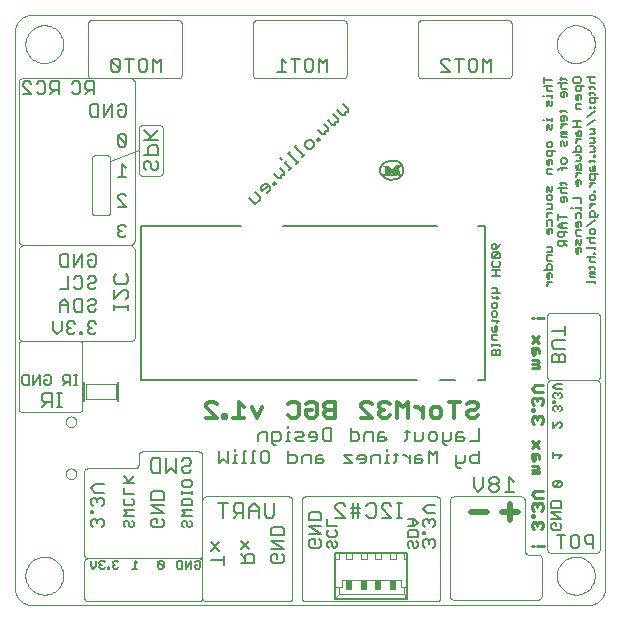
<source format=gbo>
G75*
%MOIN*%
%OFA0B0*%
%FSLAX24Y24*%
%IPPOS*%
%LPD*%
%AMOC8*
5,1,8,0,0,1.08239X$1,22.5*
%
%ADD10C,0.0000*%
%ADD11C,0.0130*%
%ADD12C,0.0080*%
%ADD13C,0.0060*%
%ADD14C,0.0050*%
%ADD15C,0.0200*%
%ADD16C,0.0030*%
%ADD17C,0.0090*%
%ADD18C,0.0003*%
%ADD19C,0.0055*%
%ADD20C,0.0020*%
%ADD21R,0.0197X0.0344*%
%ADD22C,0.0030*%
D10*
X000588Y000721D02*
X000588Y019224D01*
X000587Y019224D02*
X000589Y019270D01*
X000594Y019316D01*
X000603Y019362D01*
X000616Y019407D01*
X000632Y019450D01*
X000651Y019492D01*
X000674Y019533D01*
X000700Y019571D01*
X000729Y019608D01*
X000760Y019642D01*
X000794Y019673D01*
X000831Y019702D01*
X000869Y019728D01*
X000910Y019751D01*
X000952Y019770D01*
X000995Y019786D01*
X001040Y019799D01*
X001086Y019808D01*
X001132Y019813D01*
X001178Y019815D01*
X019682Y019815D01*
X019728Y019813D01*
X019774Y019808D01*
X019820Y019799D01*
X019865Y019786D01*
X019908Y019770D01*
X019950Y019751D01*
X019991Y019728D01*
X020029Y019702D01*
X020066Y019673D01*
X020100Y019642D01*
X020131Y019608D01*
X020160Y019571D01*
X020186Y019533D01*
X020209Y019492D01*
X020228Y019450D01*
X020244Y019407D01*
X020257Y019362D01*
X020266Y019316D01*
X020271Y019270D01*
X020273Y019224D01*
X020273Y000721D01*
X020271Y000675D01*
X020266Y000629D01*
X020257Y000583D01*
X020244Y000538D01*
X020228Y000495D01*
X020209Y000453D01*
X020186Y000412D01*
X020160Y000374D01*
X020131Y000337D01*
X020100Y000303D01*
X020066Y000272D01*
X020029Y000243D01*
X019991Y000217D01*
X019950Y000194D01*
X019908Y000175D01*
X019865Y000159D01*
X019820Y000146D01*
X019774Y000137D01*
X019728Y000132D01*
X019682Y000130D01*
X001178Y000130D01*
X001132Y000132D01*
X001086Y000137D01*
X001040Y000146D01*
X000995Y000159D01*
X000952Y000175D01*
X000910Y000194D01*
X000869Y000217D01*
X000831Y000243D01*
X000794Y000272D01*
X000760Y000303D01*
X000729Y000337D01*
X000700Y000374D01*
X000674Y000412D01*
X000651Y000453D01*
X000632Y000495D01*
X000616Y000538D01*
X000603Y000583D01*
X000594Y000629D01*
X000589Y000675D01*
X000587Y000721D01*
X000942Y001114D02*
X000944Y001164D01*
X000950Y001214D01*
X000960Y001263D01*
X000974Y001311D01*
X000991Y001358D01*
X001012Y001403D01*
X001037Y001447D01*
X001065Y001488D01*
X001097Y001527D01*
X001131Y001564D01*
X001168Y001598D01*
X001208Y001628D01*
X001250Y001655D01*
X001294Y001679D01*
X001340Y001700D01*
X001387Y001716D01*
X001435Y001729D01*
X001485Y001738D01*
X001534Y001743D01*
X001585Y001744D01*
X001635Y001741D01*
X001684Y001734D01*
X001733Y001723D01*
X001781Y001708D01*
X001827Y001690D01*
X001872Y001668D01*
X001915Y001642D01*
X001956Y001613D01*
X001995Y001581D01*
X002031Y001546D01*
X002063Y001508D01*
X002093Y001468D01*
X002120Y001425D01*
X002143Y001381D01*
X002162Y001335D01*
X002178Y001287D01*
X002190Y001238D01*
X002198Y001189D01*
X002202Y001139D01*
X002202Y001089D01*
X002198Y001039D01*
X002190Y000990D01*
X002178Y000941D01*
X002162Y000893D01*
X002143Y000847D01*
X002120Y000803D01*
X002093Y000760D01*
X002063Y000720D01*
X002031Y000682D01*
X001995Y000647D01*
X001956Y000615D01*
X001915Y000586D01*
X001872Y000560D01*
X001827Y000538D01*
X001781Y000520D01*
X001733Y000505D01*
X001684Y000494D01*
X001635Y000487D01*
X001585Y000484D01*
X001534Y000485D01*
X001485Y000490D01*
X001435Y000499D01*
X001387Y000512D01*
X001340Y000528D01*
X001294Y000549D01*
X001250Y000573D01*
X001208Y000600D01*
X001168Y000630D01*
X001131Y000664D01*
X001097Y000701D01*
X001065Y000740D01*
X001037Y000781D01*
X001012Y000825D01*
X000991Y000870D01*
X000974Y000917D01*
X000960Y000965D01*
X000950Y001014D01*
X000944Y001064D01*
X000942Y001114D01*
X002286Y004514D02*
X002288Y004540D01*
X002294Y004566D01*
X002304Y004591D01*
X002317Y004614D01*
X002333Y004634D01*
X002353Y004652D01*
X002375Y004667D01*
X002398Y004679D01*
X002424Y004687D01*
X002450Y004691D01*
X002476Y004691D01*
X002502Y004687D01*
X002528Y004679D01*
X002552Y004667D01*
X002573Y004652D01*
X002593Y004634D01*
X002609Y004614D01*
X002622Y004591D01*
X002632Y004566D01*
X002638Y004540D01*
X002640Y004514D01*
X002638Y004488D01*
X002632Y004462D01*
X002622Y004437D01*
X002609Y004414D01*
X002593Y004394D01*
X002573Y004376D01*
X002551Y004361D01*
X002528Y004349D01*
X002502Y004341D01*
X002476Y004337D01*
X002450Y004337D01*
X002424Y004341D01*
X002398Y004349D01*
X002374Y004361D01*
X002353Y004376D01*
X002333Y004394D01*
X002317Y004414D01*
X002304Y004437D01*
X002294Y004462D01*
X002288Y004488D01*
X002286Y004514D01*
X002286Y006246D02*
X002288Y006272D01*
X002294Y006298D01*
X002304Y006323D01*
X002317Y006346D01*
X002333Y006366D01*
X002353Y006384D01*
X002375Y006399D01*
X002398Y006411D01*
X002424Y006419D01*
X002450Y006423D01*
X002476Y006423D01*
X002502Y006419D01*
X002528Y006411D01*
X002552Y006399D01*
X002573Y006384D01*
X002593Y006366D01*
X002609Y006346D01*
X002622Y006323D01*
X002632Y006298D01*
X002638Y006272D01*
X002640Y006246D01*
X002638Y006220D01*
X002632Y006194D01*
X002622Y006169D01*
X002609Y006146D01*
X002593Y006126D01*
X002573Y006108D01*
X002551Y006093D01*
X002528Y006081D01*
X002502Y006073D01*
X002476Y006069D01*
X002450Y006069D01*
X002424Y006073D01*
X002398Y006081D01*
X002374Y006093D01*
X002353Y006108D01*
X002333Y006126D01*
X002317Y006146D01*
X002304Y006169D01*
X002294Y006194D01*
X002288Y006220D01*
X002286Y006246D01*
X000942Y018831D02*
X000944Y018881D01*
X000950Y018931D01*
X000960Y018980D01*
X000974Y019028D01*
X000991Y019075D01*
X001012Y019120D01*
X001037Y019164D01*
X001065Y019205D01*
X001097Y019244D01*
X001131Y019281D01*
X001168Y019315D01*
X001208Y019345D01*
X001250Y019372D01*
X001294Y019396D01*
X001340Y019417D01*
X001387Y019433D01*
X001435Y019446D01*
X001485Y019455D01*
X001534Y019460D01*
X001585Y019461D01*
X001635Y019458D01*
X001684Y019451D01*
X001733Y019440D01*
X001781Y019425D01*
X001827Y019407D01*
X001872Y019385D01*
X001915Y019359D01*
X001956Y019330D01*
X001995Y019298D01*
X002031Y019263D01*
X002063Y019225D01*
X002093Y019185D01*
X002120Y019142D01*
X002143Y019098D01*
X002162Y019052D01*
X002178Y019004D01*
X002190Y018955D01*
X002198Y018906D01*
X002202Y018856D01*
X002202Y018806D01*
X002198Y018756D01*
X002190Y018707D01*
X002178Y018658D01*
X002162Y018610D01*
X002143Y018564D01*
X002120Y018520D01*
X002093Y018477D01*
X002063Y018437D01*
X002031Y018399D01*
X001995Y018364D01*
X001956Y018332D01*
X001915Y018303D01*
X001872Y018277D01*
X001827Y018255D01*
X001781Y018237D01*
X001733Y018222D01*
X001684Y018211D01*
X001635Y018204D01*
X001585Y018201D01*
X001534Y018202D01*
X001485Y018207D01*
X001435Y018216D01*
X001387Y018229D01*
X001340Y018245D01*
X001294Y018266D01*
X001250Y018290D01*
X001208Y018317D01*
X001168Y018347D01*
X001131Y018381D01*
X001097Y018418D01*
X001065Y018457D01*
X001037Y018498D01*
X001012Y018542D01*
X000991Y018587D01*
X000974Y018634D01*
X000960Y018682D01*
X000950Y018731D01*
X000944Y018781D01*
X000942Y018831D01*
X018659Y018831D02*
X018661Y018881D01*
X018667Y018931D01*
X018677Y018980D01*
X018691Y019028D01*
X018708Y019075D01*
X018729Y019120D01*
X018754Y019164D01*
X018782Y019205D01*
X018814Y019244D01*
X018848Y019281D01*
X018885Y019315D01*
X018925Y019345D01*
X018967Y019372D01*
X019011Y019396D01*
X019057Y019417D01*
X019104Y019433D01*
X019152Y019446D01*
X019202Y019455D01*
X019251Y019460D01*
X019302Y019461D01*
X019352Y019458D01*
X019401Y019451D01*
X019450Y019440D01*
X019498Y019425D01*
X019544Y019407D01*
X019589Y019385D01*
X019632Y019359D01*
X019673Y019330D01*
X019712Y019298D01*
X019748Y019263D01*
X019780Y019225D01*
X019810Y019185D01*
X019837Y019142D01*
X019860Y019098D01*
X019879Y019052D01*
X019895Y019004D01*
X019907Y018955D01*
X019915Y018906D01*
X019919Y018856D01*
X019919Y018806D01*
X019915Y018756D01*
X019907Y018707D01*
X019895Y018658D01*
X019879Y018610D01*
X019860Y018564D01*
X019837Y018520D01*
X019810Y018477D01*
X019780Y018437D01*
X019748Y018399D01*
X019712Y018364D01*
X019673Y018332D01*
X019632Y018303D01*
X019589Y018277D01*
X019544Y018255D01*
X019498Y018237D01*
X019450Y018222D01*
X019401Y018211D01*
X019352Y018204D01*
X019302Y018201D01*
X019251Y018202D01*
X019202Y018207D01*
X019152Y018216D01*
X019104Y018229D01*
X019057Y018245D01*
X019011Y018266D01*
X018967Y018290D01*
X018925Y018317D01*
X018885Y018347D01*
X018848Y018381D01*
X018814Y018418D01*
X018782Y018457D01*
X018754Y018498D01*
X018729Y018542D01*
X018708Y018587D01*
X018691Y018634D01*
X018677Y018682D01*
X018667Y018731D01*
X018661Y018781D01*
X018659Y018831D01*
X018659Y001114D02*
X018661Y001164D01*
X018667Y001214D01*
X018677Y001263D01*
X018691Y001311D01*
X018708Y001358D01*
X018729Y001403D01*
X018754Y001447D01*
X018782Y001488D01*
X018814Y001527D01*
X018848Y001564D01*
X018885Y001598D01*
X018925Y001628D01*
X018967Y001655D01*
X019011Y001679D01*
X019057Y001700D01*
X019104Y001716D01*
X019152Y001729D01*
X019202Y001738D01*
X019251Y001743D01*
X019302Y001744D01*
X019352Y001741D01*
X019401Y001734D01*
X019450Y001723D01*
X019498Y001708D01*
X019544Y001690D01*
X019589Y001668D01*
X019632Y001642D01*
X019673Y001613D01*
X019712Y001581D01*
X019748Y001546D01*
X019780Y001508D01*
X019810Y001468D01*
X019837Y001425D01*
X019860Y001381D01*
X019879Y001335D01*
X019895Y001287D01*
X019907Y001238D01*
X019915Y001189D01*
X019919Y001139D01*
X019919Y001089D01*
X019915Y001039D01*
X019907Y000990D01*
X019895Y000941D01*
X019879Y000893D01*
X019860Y000847D01*
X019837Y000803D01*
X019810Y000760D01*
X019780Y000720D01*
X019748Y000682D01*
X019712Y000647D01*
X019673Y000615D01*
X019632Y000586D01*
X019589Y000560D01*
X019544Y000538D01*
X019498Y000520D01*
X019450Y000505D01*
X019401Y000494D01*
X019352Y000487D01*
X019302Y000484D01*
X019251Y000485D01*
X019202Y000490D01*
X019152Y000499D01*
X019104Y000512D01*
X019057Y000528D01*
X019011Y000549D01*
X018967Y000573D01*
X018925Y000600D01*
X018885Y000630D01*
X018848Y000664D01*
X018814Y000701D01*
X018782Y000740D01*
X018754Y000781D01*
X018729Y000825D01*
X018708Y000870D01*
X018691Y000917D01*
X018677Y000965D01*
X018667Y001014D01*
X018661Y001064D01*
X018659Y001114D01*
D11*
X015934Y006383D02*
X016023Y006471D01*
X015934Y006383D02*
X015758Y006383D01*
X015669Y006471D01*
X015669Y006559D01*
X015758Y006648D01*
X015934Y006648D01*
X016023Y006736D01*
X016023Y006825D01*
X015934Y006913D01*
X015758Y006913D01*
X015669Y006825D01*
X015415Y006913D02*
X015061Y006913D01*
X015238Y006913D02*
X015238Y006383D01*
X014807Y006471D02*
X014719Y006383D01*
X014542Y006383D01*
X014454Y006471D01*
X014454Y006648D01*
X014542Y006736D01*
X014719Y006736D01*
X014807Y006648D01*
X014807Y006471D01*
X014200Y006559D02*
X014023Y006736D01*
X013934Y006736D01*
X014200Y006736D02*
X014200Y006383D01*
X013693Y006383D02*
X013693Y006913D01*
X013516Y006736D01*
X013340Y006913D01*
X013340Y006383D01*
X013086Y006471D02*
X012997Y006383D01*
X012820Y006383D01*
X012732Y006471D01*
X012732Y006559D01*
X012820Y006648D01*
X012909Y006648D01*
X012820Y006648D02*
X012732Y006736D01*
X012732Y006825D01*
X012820Y006913D01*
X012997Y006913D01*
X013086Y006825D01*
X012478Y006825D02*
X012389Y006913D01*
X012213Y006913D01*
X012124Y006825D01*
X012124Y006736D01*
X012478Y006383D01*
X012124Y006383D01*
X011262Y006383D02*
X010997Y006383D01*
X010909Y006471D01*
X010909Y006559D01*
X010997Y006648D01*
X011262Y006648D01*
X011262Y006383D02*
X011262Y006913D01*
X010997Y006913D01*
X010909Y006825D01*
X010909Y006736D01*
X010997Y006648D01*
X010655Y006825D02*
X010655Y006471D01*
X010566Y006383D01*
X010389Y006383D01*
X010301Y006471D01*
X010301Y006648D01*
X010478Y006648D01*
X010655Y006825D02*
X010566Y006913D01*
X010389Y006913D01*
X010301Y006825D01*
X010047Y006825D02*
X010047Y006471D01*
X009959Y006383D01*
X009782Y006383D01*
X009693Y006471D01*
X009693Y006825D02*
X009782Y006913D01*
X009959Y006913D01*
X010047Y006825D01*
X008831Y006736D02*
X008655Y006383D01*
X008478Y006736D01*
X008224Y006736D02*
X008047Y006913D01*
X008047Y006383D01*
X008224Y006383D02*
X007870Y006383D01*
X007616Y006383D02*
X007528Y006383D01*
X007528Y006471D01*
X007616Y006471D01*
X007616Y006383D01*
X007312Y006383D02*
X006959Y006736D01*
X006959Y006825D01*
X007047Y006913D01*
X007224Y006913D01*
X007312Y006825D01*
X007312Y006383D02*
X006959Y006383D01*
D12*
X007404Y005278D02*
X007404Y004858D01*
X007544Y004998D01*
X007684Y004858D01*
X007684Y005278D01*
X007921Y005278D02*
X007921Y005348D01*
X007921Y005138D02*
X007921Y004858D01*
X007991Y004858D02*
X007851Y004858D01*
X007921Y005138D02*
X007991Y005138D01*
X008228Y005278D02*
X008228Y004858D01*
X008298Y004858D02*
X008158Y004858D01*
X008465Y004858D02*
X008605Y004858D01*
X008535Y004858D02*
X008535Y005278D01*
X008605Y005278D01*
X008785Y005208D02*
X008855Y005278D01*
X008995Y005278D01*
X009065Y005208D01*
X009065Y004928D01*
X008995Y004858D01*
X008855Y004858D01*
X008785Y004928D01*
X008785Y005208D01*
X008708Y005608D02*
X008708Y005818D01*
X008778Y005888D01*
X008988Y005888D01*
X008988Y005608D01*
X009169Y005608D02*
X009379Y005608D01*
X009449Y005678D01*
X009449Y005818D01*
X009379Y005888D01*
X009169Y005888D01*
X009169Y005537D01*
X009239Y005467D01*
X009309Y005467D01*
X009616Y005608D02*
X009756Y005608D01*
X009686Y005608D02*
X009686Y005888D01*
X009756Y005888D01*
X009686Y006028D02*
X009686Y006098D01*
X009936Y005888D02*
X010146Y005888D01*
X010216Y005818D01*
X010146Y005748D01*
X010006Y005748D01*
X009936Y005678D01*
X010006Y005608D01*
X010216Y005608D01*
X010396Y005748D02*
X010396Y005818D01*
X010466Y005888D01*
X010607Y005888D01*
X010677Y005818D01*
X010677Y005678D01*
X010607Y005608D01*
X010466Y005608D01*
X010396Y005748D02*
X010677Y005748D01*
X010857Y005678D02*
X010857Y005958D01*
X010927Y006028D01*
X011137Y006028D01*
X011137Y005608D01*
X010927Y005608D01*
X010857Y005678D01*
X010837Y005138D02*
X010697Y005138D01*
X010627Y005068D01*
X010627Y004858D01*
X010837Y004858D01*
X010907Y004928D01*
X010837Y004998D01*
X010627Y004998D01*
X010446Y005138D02*
X010236Y005138D01*
X010166Y005068D01*
X010166Y004858D01*
X009986Y004928D02*
X009986Y005068D01*
X009916Y005138D01*
X009706Y005138D01*
X009706Y005278D02*
X009706Y004858D01*
X009916Y004858D01*
X009986Y004928D01*
X010446Y004858D02*
X010446Y005138D01*
X011547Y005138D02*
X011828Y004858D01*
X011547Y004858D01*
X011547Y005138D02*
X011828Y005138D01*
X012008Y005068D02*
X012008Y004998D01*
X012288Y004998D01*
X012288Y005068D02*
X012218Y005138D01*
X012078Y005138D01*
X012008Y005068D01*
X012078Y004858D02*
X012218Y004858D01*
X012288Y004928D01*
X012288Y005068D01*
X012468Y005068D02*
X012468Y004858D01*
X012468Y005068D02*
X012538Y005138D01*
X012748Y005138D01*
X012748Y004858D01*
X012915Y004858D02*
X013055Y004858D01*
X012985Y004858D02*
X012985Y005138D01*
X013055Y005138D01*
X012985Y005278D02*
X012985Y005348D01*
X013222Y005138D02*
X013362Y005138D01*
X013292Y005208D02*
X013292Y004928D01*
X013222Y004858D01*
X013536Y005138D02*
X013606Y005138D01*
X013746Y004998D01*
X013746Y004858D02*
X013746Y005138D01*
X013926Y005068D02*
X013926Y004858D01*
X014136Y004858D01*
X014206Y004928D01*
X014136Y004998D01*
X013926Y004998D01*
X013926Y005068D02*
X013996Y005138D01*
X014136Y005138D01*
X014386Y005278D02*
X014386Y004858D01*
X014667Y004858D02*
X014667Y005278D01*
X014527Y005138D01*
X014386Y005278D01*
X014456Y005608D02*
X014386Y005678D01*
X014386Y005818D01*
X014456Y005888D01*
X014597Y005888D01*
X014667Y005818D01*
X014667Y005678D01*
X014597Y005608D01*
X014456Y005608D01*
X014206Y005678D02*
X014206Y005888D01*
X014206Y005678D02*
X014136Y005608D01*
X013926Y005608D01*
X013926Y005888D01*
X013746Y005888D02*
X013606Y005888D01*
X013676Y005958D02*
X013676Y005678D01*
X013606Y005608D01*
X012979Y005678D02*
X012908Y005748D01*
X012698Y005748D01*
X012698Y005818D02*
X012698Y005608D01*
X012908Y005608D01*
X012979Y005678D01*
X012908Y005888D02*
X012768Y005888D01*
X012698Y005818D01*
X012518Y005888D02*
X012518Y005608D01*
X012518Y005888D02*
X012308Y005888D01*
X012238Y005818D01*
X012238Y005608D01*
X012058Y005678D02*
X012058Y005818D01*
X011988Y005888D01*
X011778Y005888D01*
X011778Y006028D02*
X011778Y005608D01*
X011988Y005608D01*
X012058Y005678D01*
X012030Y003525D02*
X012030Y003045D01*
X011870Y003045D02*
X011870Y003525D01*
X011870Y003365D02*
X011790Y003365D01*
X011870Y003365D02*
X012110Y003365D01*
X012110Y003205D02*
X011790Y003205D01*
X011595Y003045D02*
X011274Y003365D01*
X011274Y003445D01*
X011354Y003525D01*
X011515Y003525D01*
X011595Y003445D01*
X011595Y003045D02*
X011274Y003045D01*
X010798Y002966D02*
X010798Y003176D01*
X010728Y003246D01*
X010448Y003246D01*
X010378Y003176D01*
X010378Y002966D01*
X010798Y002966D01*
X010798Y002786D02*
X010378Y002786D01*
X010798Y002505D01*
X010378Y002505D01*
X010448Y002325D02*
X010378Y002255D01*
X010378Y002115D01*
X010448Y002045D01*
X010728Y002045D01*
X010798Y002115D01*
X010798Y002255D01*
X010728Y002325D01*
X010588Y002325D02*
X010588Y002185D01*
X010588Y002325D02*
X010448Y002325D01*
X011273Y001871D02*
X011273Y000347D01*
X011283Y000397D01*
X011273Y000347D02*
X013652Y000347D01*
X013643Y000397D01*
X013652Y000347D02*
X013652Y001871D01*
X013546Y001871D01*
X011380Y001871D01*
X011273Y001871D01*
X012386Y003045D02*
X012306Y003125D01*
X012386Y003045D02*
X012546Y003045D01*
X012626Y003125D01*
X012626Y003445D01*
X012546Y003525D01*
X012386Y003525D01*
X012306Y003445D01*
X012821Y003445D02*
X012821Y003365D01*
X013142Y003045D01*
X012821Y003045D01*
X012821Y003445D02*
X012901Y003525D01*
X013062Y003525D01*
X013142Y003445D01*
X013325Y003525D02*
X013485Y003525D01*
X013405Y003525D02*
X013405Y003045D01*
X013485Y003045D02*
X013325Y003045D01*
X014190Y002946D02*
X014190Y002806D01*
X014260Y002736D01*
X014260Y002575D02*
X014190Y002575D01*
X014190Y002505D01*
X014260Y002505D01*
X014260Y002575D01*
X014260Y002325D02*
X014190Y002255D01*
X014190Y002115D01*
X014260Y002045D01*
X014401Y002185D02*
X014401Y002255D01*
X014330Y002325D01*
X014260Y002325D01*
X014401Y002255D02*
X014471Y002325D01*
X014541Y002325D01*
X014611Y002255D01*
X014611Y002115D01*
X014541Y002045D01*
X014541Y002736D02*
X014611Y002806D01*
X014611Y002946D01*
X014541Y003016D01*
X014471Y003016D01*
X014401Y002946D01*
X014330Y003016D01*
X014260Y003016D01*
X014190Y002946D01*
X014401Y002946D02*
X014401Y002876D01*
X014330Y003196D02*
X014190Y003336D01*
X014330Y003476D01*
X014611Y003476D01*
X014611Y003196D02*
X014330Y003196D01*
X015884Y004080D02*
X015884Y004400D01*
X015884Y004080D02*
X016044Y003920D01*
X016204Y004080D01*
X016204Y004400D01*
X016399Y004320D02*
X016399Y004240D01*
X016479Y004160D01*
X016640Y004160D01*
X016720Y004240D01*
X016720Y004320D01*
X016640Y004400D01*
X016479Y004400D01*
X016399Y004320D01*
X016479Y004160D02*
X016399Y004080D01*
X016399Y004000D01*
X016479Y003920D01*
X016640Y003920D01*
X016720Y004000D01*
X016720Y004080D01*
X016640Y004160D01*
X016915Y003920D02*
X017235Y003920D01*
X017075Y003920D02*
X017075Y004400D01*
X017235Y004240D01*
X016048Y004858D02*
X015838Y004858D01*
X015768Y004928D01*
X015768Y005068D01*
X015838Y005138D01*
X016048Y005138D01*
X016048Y005278D02*
X016048Y004858D01*
X015587Y004928D02*
X015517Y004858D01*
X015307Y004858D01*
X015307Y004787D02*
X015377Y004717D01*
X015447Y004717D01*
X015307Y004787D02*
X015307Y005138D01*
X015587Y005138D02*
X015587Y004928D01*
X014987Y005467D02*
X014917Y005467D01*
X014847Y005537D01*
X014847Y005888D01*
X015127Y005888D02*
X015127Y005678D01*
X015057Y005608D01*
X014847Y005608D01*
X015307Y005608D02*
X015517Y005608D01*
X015587Y005678D01*
X015517Y005748D01*
X015307Y005748D01*
X015307Y005818D02*
X015307Y005608D01*
X015307Y005818D02*
X015377Y005888D01*
X015517Y005888D01*
X015768Y005608D02*
X016048Y005608D01*
X016048Y006028D01*
X018503Y008226D02*
X018503Y008436D01*
X018573Y008507D01*
X018643Y008507D01*
X018713Y008436D01*
X018713Y008226D01*
X018503Y008226D02*
X018923Y008226D01*
X018923Y008436D01*
X018853Y008507D01*
X018783Y008507D01*
X018713Y008436D01*
X018573Y008687D02*
X018503Y008757D01*
X018503Y008897D01*
X018573Y008967D01*
X018923Y008967D01*
X018923Y009147D02*
X018923Y009427D01*
X018923Y009287D02*
X018503Y009287D01*
X018573Y008687D02*
X018923Y008687D01*
X018940Y002465D02*
X018659Y002465D01*
X018799Y002465D02*
X018799Y002045D01*
X019120Y002115D02*
X019120Y002395D01*
X019190Y002465D01*
X019330Y002465D01*
X019400Y002395D01*
X019400Y002115D01*
X019330Y002045D01*
X019190Y002045D01*
X019120Y002115D01*
X019580Y002255D02*
X019580Y002395D01*
X019650Y002465D01*
X019860Y002465D01*
X019860Y002045D01*
X019860Y002185D02*
X019650Y002185D01*
X019580Y002255D01*
X009548Y002286D02*
X009128Y002286D01*
X009548Y002005D01*
X009128Y002005D01*
X009198Y001825D02*
X009338Y001825D01*
X009338Y001685D01*
X009198Y001545D02*
X009128Y001615D01*
X009128Y001755D01*
X009198Y001825D01*
X009198Y001545D02*
X009478Y001545D01*
X009548Y001615D01*
X009548Y001755D01*
X009478Y001825D01*
X009548Y002466D02*
X009128Y002466D01*
X009128Y002676D01*
X009198Y002746D01*
X009478Y002746D01*
X009548Y002676D01*
X009548Y002466D01*
X009155Y003045D02*
X008995Y003045D01*
X008915Y003125D01*
X008915Y003525D01*
X008720Y003365D02*
X008560Y003525D01*
X008399Y003365D01*
X008399Y003045D01*
X008204Y003045D02*
X008204Y003525D01*
X007964Y003525D01*
X007884Y003445D01*
X007884Y003285D01*
X007964Y003205D01*
X008204Y003205D01*
X008044Y003205D02*
X007884Y003045D01*
X007528Y003045D02*
X007528Y003525D01*
X007688Y003525D02*
X007368Y003525D01*
X008399Y003285D02*
X008720Y003285D01*
X008720Y003365D02*
X008720Y003045D01*
X009155Y003045D02*
X009235Y003125D01*
X009235Y003525D01*
X008408Y002286D02*
X008128Y002005D01*
X008128Y001825D02*
X008268Y001685D01*
X008268Y001755D02*
X008268Y001545D01*
X008128Y001545D02*
X008548Y001545D01*
X008548Y001755D01*
X008478Y001825D01*
X008338Y001825D01*
X008268Y001755D01*
X008408Y002005D02*
X008128Y002286D01*
X007408Y002223D02*
X007128Y001943D01*
X007128Y001623D02*
X007548Y001623D01*
X007548Y001483D02*
X007548Y001763D01*
X007408Y001943D02*
X007128Y002223D01*
X005548Y002803D02*
X005478Y002733D01*
X005198Y002733D01*
X005128Y002803D01*
X005128Y002943D01*
X005198Y003013D01*
X005338Y003013D01*
X005338Y002873D01*
X005478Y003013D02*
X005548Y002943D01*
X005548Y002803D01*
X005548Y003193D02*
X005128Y003193D01*
X005128Y003473D02*
X005548Y003473D01*
X005548Y003653D02*
X005548Y003863D01*
X005478Y003934D01*
X005198Y003934D01*
X005128Y003863D01*
X005128Y003653D01*
X005548Y003653D01*
X005128Y003473D02*
X005548Y003193D01*
X005634Y004545D02*
X005634Y005025D01*
X005438Y005025D02*
X005198Y005025D01*
X005118Y004945D01*
X005118Y004625D01*
X005198Y004545D01*
X005438Y004545D01*
X005438Y005025D01*
X005794Y004705D02*
X005634Y004545D01*
X005794Y004705D02*
X005954Y004545D01*
X005954Y005025D01*
X006149Y004945D02*
X006230Y005025D01*
X006390Y005025D01*
X006470Y004945D01*
X006470Y004865D01*
X006390Y004785D01*
X006230Y004785D01*
X006149Y004705D01*
X006149Y004625D01*
X006230Y004545D01*
X006390Y004545D01*
X006470Y004625D01*
X008228Y005278D02*
X008298Y005278D01*
X003548Y004164D02*
X003268Y004164D01*
X003128Y004024D01*
X003268Y003883D01*
X003548Y003883D01*
X003478Y003703D02*
X003408Y003703D01*
X003338Y003633D01*
X003268Y003703D01*
X003198Y003703D01*
X003128Y003633D01*
X003128Y003493D01*
X003198Y003423D01*
X003198Y003263D02*
X003128Y003263D01*
X003128Y003193D01*
X003198Y003193D01*
X003198Y003263D01*
X003198Y003013D02*
X003128Y002943D01*
X003128Y002803D01*
X003198Y002733D01*
X003338Y002873D02*
X003338Y002943D01*
X003268Y003013D01*
X003198Y003013D01*
X003338Y002943D02*
X003408Y003013D01*
X003478Y003013D01*
X003548Y002943D01*
X003548Y002803D01*
X003478Y002733D01*
X003478Y003423D02*
X003548Y003493D01*
X003548Y003633D01*
X003478Y003703D01*
X003338Y003633D02*
X003338Y003563D01*
X002157Y006733D02*
X001997Y006733D01*
X002077Y006733D02*
X002077Y007213D01*
X002157Y007213D02*
X001997Y007213D01*
X001813Y007213D02*
X001573Y007213D01*
X001493Y007133D01*
X001493Y006973D01*
X001573Y006893D01*
X001813Y006893D01*
X001653Y006893D02*
X001493Y006733D01*
X001813Y006733D02*
X001813Y007213D01*
X002007Y009170D02*
X001867Y009310D01*
X001867Y009590D01*
X002147Y009590D02*
X002147Y009310D01*
X002007Y009170D01*
X002327Y009240D02*
X002397Y009170D01*
X002537Y009170D01*
X002607Y009240D01*
X002767Y009240D02*
X002767Y009170D01*
X002837Y009170D01*
X002837Y009240D01*
X002767Y009240D01*
X003018Y009240D02*
X003088Y009170D01*
X003228Y009170D01*
X003298Y009240D01*
X003158Y009380D02*
X003088Y009380D01*
X003018Y009310D01*
X003018Y009240D01*
X003088Y009380D02*
X003018Y009450D01*
X003018Y009520D01*
X003088Y009590D01*
X003228Y009590D01*
X003298Y009520D01*
X003228Y009920D02*
X003298Y009990D01*
X003228Y009920D02*
X003088Y009920D01*
X003018Y009990D01*
X003018Y010060D01*
X003088Y010130D01*
X003228Y010130D01*
X003298Y010200D01*
X003298Y010270D01*
X003228Y010340D01*
X003088Y010340D01*
X003018Y010270D01*
X002837Y010340D02*
X002627Y010340D01*
X002557Y010270D01*
X002557Y009990D01*
X002627Y009920D01*
X002837Y009920D01*
X002837Y010340D01*
X002767Y010670D02*
X002627Y010670D01*
X002557Y010740D01*
X002377Y010670D02*
X002097Y010670D01*
X002377Y010670D02*
X002377Y011090D01*
X002557Y011020D02*
X002627Y011090D01*
X002767Y011090D01*
X002837Y011020D01*
X002837Y010740D01*
X002767Y010670D01*
X003018Y010740D02*
X003018Y010810D01*
X003088Y010880D01*
X003228Y010880D01*
X003298Y010950D01*
X003298Y011020D01*
X003228Y011090D01*
X003088Y011090D01*
X003018Y011020D01*
X003018Y010740D02*
X003088Y010670D01*
X003228Y010670D01*
X003298Y010740D01*
X003878Y010647D02*
X003878Y010326D01*
X004198Y010647D01*
X004278Y010647D01*
X004358Y010566D01*
X004358Y010406D01*
X004278Y010326D01*
X004358Y010143D02*
X004358Y009983D01*
X004358Y010063D02*
X003878Y010063D01*
X003878Y009983D02*
X003878Y010143D01*
X003958Y010842D02*
X003878Y010922D01*
X003878Y011082D01*
X003958Y011162D01*
X003958Y010842D02*
X004278Y010842D01*
X004358Y010922D01*
X004358Y011082D01*
X004278Y011162D01*
X003298Y011490D02*
X003298Y011770D01*
X003228Y011840D01*
X003088Y011840D01*
X003018Y011770D01*
X003018Y011630D02*
X003158Y011630D01*
X003018Y011630D02*
X003018Y011490D01*
X003088Y011420D01*
X003228Y011420D01*
X003298Y011490D01*
X002837Y011420D02*
X002837Y011840D01*
X002557Y011420D01*
X002557Y011840D01*
X002377Y011840D02*
X002167Y011840D01*
X002097Y011770D01*
X002097Y011490D01*
X002167Y011420D01*
X002377Y011420D01*
X002377Y011840D01*
X002237Y010340D02*
X002097Y010200D01*
X002097Y009920D01*
X002097Y010130D02*
X002377Y010130D01*
X002377Y010200D02*
X002237Y010340D01*
X002377Y010200D02*
X002377Y009920D01*
X002397Y009590D02*
X002327Y009520D01*
X002327Y009450D01*
X002397Y009380D01*
X002327Y009310D01*
X002327Y009240D01*
X002397Y009380D02*
X002467Y009380D01*
X002607Y009520D02*
X002537Y009590D01*
X002397Y009590D01*
X004088Y012389D02*
X004228Y012389D01*
X004298Y012459D01*
X004158Y012599D02*
X004088Y012599D01*
X004018Y012529D01*
X004018Y012459D01*
X004088Y012389D01*
X004088Y012599D02*
X004018Y012669D01*
X004018Y012739D01*
X004088Y012809D01*
X004228Y012809D01*
X004298Y012739D01*
X004298Y013420D02*
X004018Y013420D01*
X004298Y013420D02*
X004018Y013700D01*
X004018Y013770D01*
X004088Y013840D01*
X004228Y013840D01*
X004298Y013770D01*
X004298Y014420D02*
X004018Y014420D01*
X004158Y014420D02*
X004158Y014840D01*
X004298Y014700D01*
X004880Y014703D02*
X004960Y014623D01*
X004880Y014703D02*
X004880Y014863D01*
X004960Y014943D01*
X005040Y014943D01*
X005121Y014863D01*
X005121Y014703D01*
X005201Y014623D01*
X005281Y014623D01*
X005361Y014703D01*
X005361Y014863D01*
X005281Y014943D01*
X005361Y015139D02*
X005361Y015379D01*
X005281Y015459D01*
X005121Y015459D01*
X005040Y015379D01*
X005040Y015139D01*
X004880Y015139D02*
X005361Y015139D01*
X005361Y015654D02*
X004880Y015654D01*
X005040Y015654D02*
X005361Y015975D01*
X005121Y015734D02*
X004880Y015975D01*
X004298Y015770D02*
X004228Y015840D01*
X004088Y015840D01*
X004018Y015770D01*
X004298Y015490D01*
X004228Y015420D01*
X004088Y015420D01*
X004018Y015490D01*
X004018Y015770D01*
X004298Y015770D02*
X004298Y015490D01*
X004228Y016420D02*
X004088Y016420D01*
X004018Y016490D01*
X004018Y016630D01*
X004158Y016630D01*
X004298Y016490D02*
X004228Y016420D01*
X004298Y016490D02*
X004298Y016770D01*
X004228Y016840D01*
X004088Y016840D01*
X004018Y016770D01*
X003837Y016840D02*
X003557Y016420D01*
X003557Y016840D01*
X003377Y016840D02*
X003167Y016840D01*
X003097Y016770D01*
X003097Y016490D01*
X003167Y016420D01*
X003377Y016420D01*
X003377Y016840D01*
X003219Y017170D02*
X003219Y017590D01*
X003008Y017590D01*
X002938Y017520D01*
X002938Y017380D01*
X003008Y017310D01*
X003219Y017310D01*
X003079Y017310D02*
X002938Y017170D01*
X002758Y017240D02*
X002758Y017520D01*
X002688Y017590D01*
X002548Y017590D01*
X002478Y017520D01*
X002478Y017240D02*
X002548Y017170D01*
X002688Y017170D01*
X002758Y017240D01*
X002054Y017170D02*
X002054Y017590D01*
X001844Y017590D01*
X001774Y017520D01*
X001774Y017380D01*
X001844Y017310D01*
X002054Y017310D01*
X001914Y017310D02*
X001774Y017170D01*
X001594Y017240D02*
X001594Y017520D01*
X001524Y017590D01*
X001383Y017590D01*
X001313Y017520D01*
X001133Y017520D02*
X001063Y017590D01*
X000923Y017590D01*
X000853Y017520D01*
X000853Y017450D01*
X001133Y017170D01*
X000853Y017170D01*
X001313Y017240D02*
X001383Y017170D01*
X001524Y017170D01*
X001594Y017240D01*
X003837Y016840D02*
X003837Y016420D01*
X003877Y017920D02*
X004017Y017920D01*
X004087Y017990D01*
X003807Y018270D01*
X003807Y017990D01*
X003877Y017920D01*
X004087Y017990D02*
X004087Y018270D01*
X004017Y018340D01*
X003877Y018340D01*
X003807Y018270D01*
X004268Y018340D02*
X004548Y018340D01*
X004408Y018340D02*
X004408Y017920D01*
X004728Y017990D02*
X004728Y018270D01*
X004798Y018340D01*
X004938Y018340D01*
X005008Y018270D01*
X005008Y017990D01*
X004938Y017920D01*
X004798Y017920D01*
X004728Y017990D01*
X005188Y017920D02*
X005188Y018340D01*
X005329Y018200D01*
X005469Y018340D01*
X005469Y017920D01*
X008882Y014170D02*
X008783Y014071D01*
X008783Y013972D01*
X008832Y013922D01*
X009031Y014120D01*
X009080Y014071D02*
X008981Y014170D01*
X008882Y014170D01*
X009080Y014071D02*
X009080Y013972D01*
X008981Y013873D01*
X008755Y013745D02*
X008755Y013646D01*
X008606Y013498D01*
X008408Y013696D01*
X008606Y013894D02*
X008755Y013745D01*
X009193Y014184D02*
X009243Y014135D01*
X009292Y014184D01*
X009243Y014234D01*
X009193Y014184D01*
X009370Y014361D02*
X009222Y014510D01*
X009370Y014361D02*
X009469Y014361D01*
X009469Y014460D01*
X009568Y014460D01*
X009568Y014559D01*
X009420Y014708D01*
X009587Y014875D02*
X009785Y014677D01*
X009736Y014628D02*
X009835Y014727D01*
X009953Y014845D02*
X010052Y014944D01*
X010003Y014894D02*
X009705Y015191D01*
X009755Y015241D01*
X009922Y015408D02*
X010220Y015111D01*
X010269Y015161D02*
X010170Y015062D01*
X010347Y015338D02*
X010248Y015437D01*
X010248Y015536D01*
X010347Y015635D01*
X010446Y015635D01*
X010545Y015536D01*
X010545Y015437D01*
X010446Y015338D01*
X010347Y015338D01*
X009972Y015458D02*
X009922Y015408D01*
X009488Y014974D02*
X009439Y015024D01*
X009587Y014875D02*
X009637Y014925D01*
X010658Y015649D02*
X010708Y015599D01*
X010757Y015649D01*
X010708Y015699D01*
X010658Y015649D01*
X010835Y015826D02*
X010687Y015975D01*
X010835Y015826D02*
X010934Y015826D01*
X010934Y015925D01*
X011033Y015925D01*
X011033Y016024D01*
X010885Y016173D01*
X011012Y016300D02*
X011161Y016152D01*
X011260Y016152D01*
X011260Y016251D01*
X011359Y016251D01*
X011359Y016350D01*
X011210Y016498D01*
X011338Y016626D02*
X011486Y016477D01*
X011585Y016477D01*
X011585Y016576D01*
X011685Y016576D01*
X011685Y016675D01*
X011536Y016824D01*
X011000Y017920D02*
X011000Y018340D01*
X010860Y018200D01*
X010720Y018340D01*
X010720Y017920D01*
X010539Y017990D02*
X010469Y017920D01*
X010329Y017920D01*
X010259Y017990D01*
X010259Y018270D01*
X010329Y018340D01*
X010469Y018340D01*
X010539Y018270D01*
X010539Y017990D01*
X010079Y018340D02*
X009799Y018340D01*
X009939Y018340D02*
X009939Y017920D01*
X009619Y017920D02*
X009338Y017920D01*
X009479Y017920D02*
X009479Y018340D01*
X009619Y018200D01*
X014807Y018200D02*
X014807Y018270D01*
X014877Y018340D01*
X015017Y018340D01*
X015087Y018270D01*
X015268Y018340D02*
X015548Y018340D01*
X015408Y018340D02*
X015408Y017920D01*
X015728Y017990D02*
X015728Y018270D01*
X015798Y018340D01*
X015938Y018340D01*
X016008Y018270D01*
X016008Y017990D01*
X015938Y017920D01*
X015798Y017920D01*
X015728Y017990D01*
X016188Y017920D02*
X016188Y018340D01*
X016329Y018200D01*
X016469Y018340D01*
X016469Y017920D01*
X015087Y017920D02*
X014807Y018200D01*
X014807Y017920D02*
X015087Y017920D01*
D13*
X002672Y007813D02*
X002558Y007813D01*
X002615Y007813D02*
X002615Y007473D01*
X002672Y007473D02*
X002558Y007473D01*
X002426Y007473D02*
X002426Y007813D01*
X002256Y007813D01*
X002199Y007756D01*
X002199Y007643D01*
X002256Y007586D01*
X002426Y007586D01*
X002313Y007586D02*
X002199Y007473D01*
X001788Y007529D02*
X001731Y007473D01*
X001618Y007473D01*
X001561Y007529D01*
X001561Y007643D01*
X001674Y007643D01*
X001561Y007756D02*
X001618Y007813D01*
X001731Y007813D01*
X001788Y007756D01*
X001788Y007529D01*
X001419Y007473D02*
X001419Y007813D01*
X001193Y007473D01*
X001193Y007813D01*
X001051Y007813D02*
X000881Y007813D01*
X000824Y007756D01*
X000824Y007529D01*
X000881Y007473D01*
X001051Y007473D01*
X001051Y007813D01*
X004218Y004423D02*
X004388Y004252D01*
X004331Y004196D02*
X004558Y004423D01*
X004558Y004196D02*
X004218Y004196D01*
X004218Y004054D02*
X004218Y003827D01*
X004558Y003827D01*
X004501Y003686D02*
X004558Y003629D01*
X004558Y003516D01*
X004501Y003459D01*
X004275Y003459D01*
X004218Y003516D01*
X004218Y003629D01*
X004275Y003686D01*
X004218Y003318D02*
X004558Y003318D01*
X004558Y003091D02*
X004218Y003091D01*
X004331Y003204D01*
X004218Y003318D01*
X004275Y002949D02*
X004218Y002893D01*
X004218Y002779D01*
X004275Y002723D01*
X004388Y002779D02*
X004388Y002893D01*
X004331Y002949D01*
X004275Y002949D01*
X004388Y002779D02*
X004445Y002723D01*
X004501Y002723D01*
X004558Y002779D01*
X004558Y002893D01*
X004501Y002949D01*
X006155Y002893D02*
X006155Y002779D01*
X006212Y002723D01*
X006325Y002779D02*
X006325Y002893D01*
X006269Y002949D01*
X006212Y002949D01*
X006155Y002893D01*
X006155Y003091D02*
X006269Y003204D01*
X006155Y003318D01*
X006496Y003318D01*
X006496Y003459D02*
X006155Y003459D01*
X006155Y003629D01*
X006212Y003686D01*
X006439Y003686D01*
X006496Y003629D01*
X006496Y003459D01*
X006496Y003091D02*
X006155Y003091D01*
X006439Y002949D02*
X006496Y002893D01*
X006496Y002779D01*
X006439Y002723D01*
X006382Y002723D01*
X006325Y002779D01*
X006155Y003827D02*
X006155Y003941D01*
X006155Y003884D02*
X006496Y003884D01*
X006496Y003827D02*
X006496Y003941D01*
X006439Y004073D02*
X006212Y004073D01*
X006155Y004130D01*
X006155Y004243D01*
X006212Y004300D01*
X006439Y004300D01*
X006496Y004243D01*
X006496Y004130D01*
X006439Y004073D01*
X010993Y002998D02*
X010993Y002772D01*
X011333Y002772D01*
X011276Y002630D02*
X011333Y002573D01*
X011333Y002460D01*
X011276Y002403D01*
X011050Y002403D01*
X010993Y002460D01*
X010993Y002573D01*
X011050Y002630D01*
X011050Y002262D02*
X010993Y002205D01*
X010993Y002092D01*
X011050Y002035D01*
X011163Y002092D02*
X011163Y002205D01*
X011106Y002262D01*
X011050Y002262D01*
X011163Y002092D02*
X011220Y002035D01*
X011276Y002035D01*
X011333Y002092D01*
X011333Y002205D01*
X011276Y002262D01*
X013680Y002205D02*
X013680Y002092D01*
X013737Y002035D01*
X013850Y002092D02*
X013850Y002205D01*
X013794Y002262D01*
X013737Y002262D01*
X013680Y002205D01*
X013680Y002403D02*
X013680Y002573D01*
X013737Y002630D01*
X013964Y002630D01*
X014021Y002573D01*
X014021Y002403D01*
X013680Y002403D01*
X013680Y002772D02*
X013907Y002772D01*
X014021Y002885D01*
X013907Y002998D01*
X013680Y002998D01*
X013850Y002998D02*
X013850Y002772D01*
X013964Y002262D02*
X014021Y002205D01*
X014021Y002092D01*
X013964Y002035D01*
X013907Y002035D01*
X013850Y002092D01*
X018468Y002706D02*
X018468Y002819D01*
X018525Y002876D01*
X018638Y002876D01*
X018638Y002762D01*
X018751Y002649D02*
X018525Y002649D01*
X018468Y002706D01*
X018751Y002649D02*
X018808Y002706D01*
X018808Y002819D01*
X018751Y002876D01*
X018808Y003017D02*
X018468Y003017D01*
X018468Y003244D02*
X018808Y003244D01*
X018808Y003385D02*
X018808Y003556D01*
X018751Y003612D01*
X018525Y003612D01*
X018468Y003556D01*
X018468Y003385D01*
X018808Y003385D01*
X018808Y003017D02*
X018468Y003244D01*
D14*
X018588Y004079D02*
X018768Y004259D01*
X018588Y004259D01*
X018543Y004214D01*
X018543Y004124D01*
X018588Y004079D01*
X018768Y004079D01*
X018813Y004124D01*
X018813Y004214D01*
X018768Y004259D01*
X018723Y005048D02*
X018813Y005138D01*
X018543Y005138D01*
X018543Y005048D02*
X018543Y005228D01*
X018543Y006048D02*
X018723Y006228D01*
X018768Y006228D01*
X018813Y006183D01*
X018813Y006093D01*
X018768Y006048D01*
X018543Y006048D02*
X018543Y006228D01*
X018588Y006592D02*
X018543Y006638D01*
X018543Y006728D01*
X018588Y006773D01*
X018633Y006773D01*
X018678Y006728D01*
X018678Y006683D01*
X018678Y006728D02*
X018723Y006773D01*
X018768Y006773D01*
X018813Y006728D01*
X018813Y006638D01*
X018768Y006592D01*
X018588Y006887D02*
X018588Y006932D01*
X018543Y006932D01*
X018543Y006887D01*
X018588Y006887D01*
X018588Y007034D02*
X018543Y007079D01*
X018543Y007170D01*
X018588Y007215D01*
X018633Y007215D01*
X018678Y007170D01*
X018678Y007125D01*
X018678Y007170D02*
X018723Y007215D01*
X018768Y007215D01*
X018813Y007170D01*
X018813Y007079D01*
X018768Y007034D01*
X018813Y007329D02*
X018633Y007329D01*
X018543Y007419D01*
X018633Y007509D01*
X018813Y007509D01*
X016758Y008468D02*
X016758Y008603D01*
X016713Y008648D01*
X016668Y008648D01*
X016623Y008603D01*
X016623Y008468D01*
X016623Y008603D02*
X016578Y008648D01*
X016533Y008648D01*
X016488Y008603D01*
X016488Y008468D01*
X016758Y008468D01*
X016758Y008762D02*
X016758Y008807D01*
X016488Y008807D01*
X016488Y008762D02*
X016488Y008852D01*
X016533Y008959D02*
X016488Y009004D01*
X016488Y009139D01*
X016668Y009139D01*
X016623Y009253D02*
X016533Y009253D01*
X016488Y009298D01*
X016488Y009388D01*
X016578Y009433D02*
X016578Y009253D01*
X016623Y009253D02*
X016668Y009298D01*
X016668Y009388D01*
X016623Y009433D01*
X016578Y009433D01*
X016668Y009548D02*
X016668Y009638D01*
X016713Y009593D02*
X016533Y009593D01*
X016488Y009638D01*
X016533Y009744D02*
X016488Y009789D01*
X016488Y009879D01*
X016533Y009924D01*
X016623Y009924D01*
X016668Y009879D01*
X016668Y009789D01*
X016623Y009744D01*
X016533Y009744D01*
X016533Y010039D02*
X016488Y010084D01*
X016488Y010174D01*
X016533Y010219D01*
X016623Y010219D01*
X016668Y010174D01*
X016668Y010084D01*
X016623Y010039D01*
X016533Y010039D01*
X016668Y010334D02*
X016668Y010424D01*
X016713Y010379D02*
X016533Y010379D01*
X016488Y010424D01*
X016488Y010530D02*
X016758Y010530D01*
X016668Y010575D02*
X016623Y010530D01*
X016668Y010575D02*
X016668Y010665D01*
X016623Y010710D01*
X016488Y010710D01*
X016488Y011119D02*
X016758Y011119D01*
X016623Y011119D02*
X016623Y011300D01*
X016758Y011300D02*
X016488Y011300D01*
X016533Y011414D02*
X016488Y011459D01*
X016488Y011549D01*
X016533Y011594D01*
X016533Y011709D02*
X016713Y011889D01*
X016533Y011889D01*
X016488Y011844D01*
X016488Y011754D01*
X016533Y011709D01*
X016713Y011709D01*
X016758Y011754D01*
X016758Y011844D01*
X016713Y011889D01*
X016623Y012003D02*
X016533Y012003D01*
X016488Y012048D01*
X016488Y012138D01*
X016533Y012183D01*
X016578Y012183D01*
X016623Y012138D01*
X016623Y012003D01*
X016713Y012093D01*
X016758Y012183D01*
X016275Y012755D02*
X016025Y012755D01*
X016275Y012755D02*
X016275Y007630D01*
X016025Y007630D01*
X015275Y007630D02*
X014775Y007630D01*
X014007Y007637D02*
X004785Y007637D01*
X004785Y012755D01*
X008132Y012755D01*
X009525Y012755D02*
X014650Y012755D01*
X016533Y011414D02*
X016713Y011414D01*
X016758Y011459D01*
X016758Y011549D01*
X016713Y011594D01*
X018228Y011313D02*
X018498Y011313D01*
X018498Y011448D01*
X018453Y011493D01*
X018363Y011493D01*
X018318Y011448D01*
X018318Y011313D01*
X018363Y011199D02*
X018318Y011154D01*
X018318Y011063D01*
X018363Y011018D01*
X018408Y011018D01*
X018408Y011199D01*
X018453Y011199D02*
X018363Y011199D01*
X018453Y011199D02*
X018498Y011154D01*
X018498Y011063D01*
X018498Y010904D02*
X018318Y010904D01*
X018408Y010904D02*
X018318Y010814D01*
X018318Y010769D01*
X018363Y011608D02*
X018498Y011608D01*
X018363Y011608D02*
X018318Y011653D01*
X018318Y011788D01*
X018498Y011788D01*
X018498Y011902D02*
X018318Y011902D01*
X018498Y011902D02*
X018498Y012037D01*
X018453Y012083D01*
X018318Y012083D01*
X018708Y012144D02*
X018753Y012099D01*
X018843Y012099D01*
X018888Y012144D01*
X018888Y012279D01*
X018978Y012279D02*
X018708Y012279D01*
X018708Y012144D01*
X018888Y012189D02*
X018978Y012099D01*
X019278Y012148D02*
X019278Y012283D01*
X019323Y012328D01*
X019368Y012283D01*
X019368Y012193D01*
X019413Y012148D01*
X019458Y012193D01*
X019458Y012328D01*
X019458Y012443D02*
X019323Y012443D01*
X019278Y012488D01*
X019278Y012623D01*
X019458Y012623D01*
X019368Y012737D02*
X019368Y012917D01*
X019413Y012917D02*
X019323Y012917D01*
X019278Y012872D01*
X019278Y012782D01*
X019323Y012737D01*
X019368Y012737D01*
X019458Y012782D02*
X019458Y012872D01*
X019413Y012917D01*
X019458Y013032D02*
X019458Y013167D01*
X019413Y013212D01*
X019323Y013212D01*
X019278Y013167D01*
X019278Y013032D01*
X019458Y013318D02*
X019458Y013408D01*
X019458Y013363D02*
X019278Y013363D01*
X019278Y013408D01*
X019188Y013363D02*
X019143Y013363D01*
X018978Y013073D02*
X018708Y013073D01*
X018708Y013163D02*
X018708Y012983D01*
X018798Y012868D02*
X018708Y012778D01*
X018798Y012688D01*
X018978Y012688D01*
X018978Y012574D02*
X018708Y012574D01*
X018708Y012438D01*
X018753Y012393D01*
X018843Y012393D01*
X018888Y012438D01*
X018888Y012574D01*
X018843Y012688D02*
X018843Y012868D01*
X018798Y012868D02*
X018978Y012868D01*
X018498Y012921D02*
X018498Y012786D01*
X018453Y012672D02*
X018363Y012672D01*
X018318Y012627D01*
X018318Y012537D01*
X018363Y012492D01*
X018408Y012492D01*
X018408Y012672D01*
X018453Y012672D02*
X018498Y012627D01*
X018498Y012537D01*
X018318Y012786D02*
X018318Y012921D01*
X018363Y012966D01*
X018453Y012966D01*
X018498Y012921D01*
X018318Y013077D02*
X018318Y013122D01*
X018408Y013212D01*
X018498Y013212D02*
X018318Y013212D01*
X018318Y013327D02*
X018498Y013327D01*
X018498Y013462D01*
X018453Y013507D01*
X018318Y013507D01*
X018363Y013621D02*
X018318Y013666D01*
X018318Y013756D01*
X018363Y013801D01*
X018453Y013801D01*
X018498Y013756D01*
X018498Y013666D01*
X018453Y013621D01*
X018363Y013621D01*
X018318Y013916D02*
X018318Y014051D01*
X018363Y014096D01*
X018408Y014051D01*
X018408Y013961D01*
X018453Y013916D01*
X018498Y013961D01*
X018498Y014096D01*
X018708Y014047D02*
X018978Y014047D01*
X018978Y014153D02*
X018933Y014198D01*
X018753Y014198D01*
X018798Y014243D02*
X018798Y014153D01*
X018843Y014047D02*
X018798Y014002D01*
X018798Y013912D01*
X018843Y013867D01*
X018978Y013867D01*
X018933Y013752D02*
X018843Y013752D01*
X018798Y013707D01*
X018798Y013617D01*
X018843Y013572D01*
X018888Y013572D01*
X018888Y013752D01*
X018933Y013752D02*
X018978Y013707D01*
X018978Y013617D01*
X019188Y013703D02*
X019458Y013703D01*
X019458Y013523D01*
X019758Y013507D02*
X019938Y013507D01*
X019848Y013507D02*
X019758Y013417D01*
X019758Y013372D01*
X019803Y013261D02*
X019893Y013261D01*
X019938Y013216D01*
X019938Y013081D01*
X019983Y013081D02*
X019758Y013081D01*
X019758Y013216D01*
X019803Y013261D01*
X020028Y013171D02*
X020028Y013126D01*
X019983Y013081D01*
X019938Y012966D02*
X019668Y012786D01*
X019803Y012672D02*
X019893Y012672D01*
X019938Y012627D01*
X019938Y012537D01*
X019893Y012492D01*
X019803Y012492D01*
X019758Y012537D01*
X019758Y012627D01*
X019803Y012672D01*
X019803Y012377D02*
X019758Y012332D01*
X019758Y012242D01*
X019803Y012197D01*
X019938Y012197D01*
X019938Y012083D02*
X019938Y011992D01*
X019938Y012037D02*
X019668Y012037D01*
X019668Y012083D01*
X019458Y011988D02*
X019458Y011898D01*
X019458Y011988D02*
X019413Y012033D01*
X019323Y012033D01*
X019278Y011988D01*
X019278Y011898D01*
X019323Y011853D01*
X019368Y011853D01*
X019368Y012033D01*
X019668Y011739D02*
X019938Y011739D01*
X019938Y011841D02*
X019938Y011886D01*
X019893Y011886D01*
X019893Y011841D01*
X019938Y011841D01*
X019803Y011739D02*
X019758Y011694D01*
X019758Y011604D01*
X019803Y011559D01*
X019938Y011559D01*
X019893Y011399D02*
X019938Y011354D01*
X019893Y011399D02*
X019713Y011399D01*
X019758Y011444D02*
X019758Y011354D01*
X019758Y011248D02*
X019758Y011203D01*
X019803Y011158D01*
X019758Y011113D01*
X019803Y011068D01*
X019938Y011068D01*
X019938Y011158D02*
X019803Y011158D01*
X019758Y011248D02*
X019938Y011248D01*
X019938Y010953D02*
X019938Y010863D01*
X019938Y010908D02*
X019668Y010908D01*
X019668Y010953D01*
X019668Y012377D02*
X019938Y012377D01*
X019893Y013621D02*
X019803Y013621D01*
X019758Y013666D01*
X019758Y013756D01*
X019803Y013801D01*
X019893Y013801D01*
X019938Y013756D01*
X019938Y013666D01*
X019893Y013621D01*
X019893Y013904D02*
X019938Y013904D01*
X019938Y013949D01*
X019893Y013949D01*
X019893Y013904D01*
X019758Y014059D02*
X019758Y014104D01*
X019848Y014194D01*
X019938Y014194D02*
X019758Y014194D01*
X019803Y014309D02*
X019893Y014309D01*
X019938Y014354D01*
X019938Y014489D01*
X020028Y014489D02*
X019758Y014489D01*
X019758Y014354D01*
X019803Y014309D01*
X019458Y014247D02*
X019458Y014157D01*
X019458Y014247D02*
X019413Y014292D01*
X019323Y014292D01*
X019278Y014247D01*
X019278Y014157D01*
X019323Y014112D01*
X019368Y014112D01*
X019368Y014292D01*
X019278Y014403D02*
X019278Y014448D01*
X019368Y014538D01*
X019458Y014538D02*
X019278Y014538D01*
X019323Y014652D02*
X019458Y014652D01*
X019458Y014788D01*
X019413Y014833D01*
X019368Y014788D01*
X019368Y014652D01*
X019323Y014652D02*
X019278Y014697D01*
X019278Y014788D01*
X019278Y014947D02*
X019413Y014947D01*
X019458Y014992D01*
X019413Y015037D01*
X019458Y015082D01*
X019413Y015127D01*
X019278Y015127D01*
X019278Y015242D02*
X019278Y015377D01*
X019323Y015422D01*
X019413Y015422D01*
X019458Y015377D01*
X019458Y015242D01*
X019188Y015242D01*
X019278Y015532D02*
X019278Y015577D01*
X019368Y015667D01*
X019458Y015667D02*
X019278Y015667D01*
X019323Y015782D02*
X019458Y015782D01*
X019458Y015917D01*
X019413Y015962D01*
X019368Y015917D01*
X019368Y015782D01*
X019323Y015782D02*
X019278Y015827D01*
X019278Y015917D01*
X019323Y016077D02*
X019323Y016257D01*
X019458Y016257D02*
X019188Y016257D01*
X019188Y016077D02*
X019458Y016077D01*
X019668Y016126D02*
X019938Y016306D01*
X019668Y016420D02*
X019938Y016601D01*
X019938Y016703D02*
X019938Y016748D01*
X019893Y016748D01*
X019893Y016703D01*
X019938Y016703D01*
X019803Y016703D02*
X019803Y016748D01*
X019758Y016748D01*
X019758Y016703D01*
X019803Y016703D01*
X019803Y016862D02*
X019893Y016862D01*
X019938Y016907D01*
X019938Y017042D01*
X020028Y017042D02*
X019758Y017042D01*
X019758Y016907D01*
X019803Y016862D01*
X019758Y017149D02*
X019758Y017239D01*
X019713Y017194D02*
X019893Y017194D01*
X019938Y017149D01*
X019938Y017345D02*
X019893Y017390D01*
X019713Y017390D01*
X019758Y017435D02*
X019758Y017345D01*
X019803Y017550D02*
X019938Y017550D01*
X019803Y017550D02*
X019758Y017595D01*
X019758Y017685D01*
X019803Y017730D01*
X019668Y017730D02*
X019938Y017730D01*
X019458Y017685D02*
X019458Y017595D01*
X019413Y017550D01*
X019233Y017550D01*
X019188Y017595D01*
X019188Y017685D01*
X019233Y017730D01*
X019413Y017730D01*
X019458Y017685D01*
X019458Y017435D02*
X019458Y017300D01*
X019413Y017255D01*
X019323Y017255D01*
X019278Y017300D01*
X019278Y017435D01*
X019548Y017435D01*
X019413Y017141D02*
X019323Y017141D01*
X019278Y017096D01*
X019278Y017006D01*
X019323Y016961D01*
X019368Y016961D01*
X019368Y017141D01*
X019413Y017141D02*
X019458Y017096D01*
X019458Y017006D01*
X019458Y016846D02*
X019278Y016846D01*
X019278Y016711D01*
X019323Y016666D01*
X019458Y016666D01*
X018978Y016560D02*
X018933Y016605D01*
X018753Y016605D01*
X018798Y016650D02*
X018798Y016560D01*
X018843Y016453D02*
X018798Y016408D01*
X018798Y016318D01*
X018843Y016273D01*
X018888Y016273D01*
X018888Y016453D01*
X018933Y016453D02*
X018843Y016453D01*
X018933Y016453D02*
X018978Y016408D01*
X018978Y016318D01*
X018978Y016159D02*
X018798Y016159D01*
X018888Y016159D02*
X018798Y016068D01*
X018798Y016023D01*
X018798Y015913D02*
X018798Y015868D01*
X018843Y015823D01*
X018798Y015778D01*
X018843Y015733D01*
X018978Y015733D01*
X018978Y015823D02*
X018843Y015823D01*
X018798Y015913D02*
X018978Y015913D01*
X018978Y015618D02*
X018978Y015483D01*
X018933Y015438D01*
X018888Y015483D01*
X018888Y015573D01*
X018843Y015618D01*
X018798Y015573D01*
X018798Y015438D01*
X018588Y015275D02*
X018318Y015275D01*
X018318Y015139D01*
X018363Y015094D01*
X018453Y015094D01*
X018498Y015139D01*
X018498Y015275D01*
X018453Y015389D02*
X018363Y015389D01*
X018318Y015434D01*
X018318Y015524D01*
X018363Y015569D01*
X018453Y015569D01*
X018498Y015524D01*
X018498Y015434D01*
X018453Y015389D01*
X018453Y014980D02*
X018363Y014980D01*
X018318Y014935D01*
X018318Y014845D01*
X018363Y014800D01*
X018408Y014800D01*
X018408Y014980D01*
X018453Y014980D02*
X018498Y014935D01*
X018498Y014845D01*
X018498Y014685D02*
X018318Y014685D01*
X018318Y014550D01*
X018363Y014505D01*
X018498Y014505D01*
X018708Y014644D02*
X018753Y014689D01*
X018978Y014689D01*
X018843Y014734D02*
X018843Y014644D01*
X018843Y014849D02*
X018798Y014894D01*
X018798Y014984D01*
X018843Y015029D01*
X018933Y015029D01*
X018978Y014984D01*
X018978Y014894D01*
X018933Y014849D01*
X018843Y014849D01*
X019713Y014935D02*
X019893Y014935D01*
X019938Y014890D01*
X019893Y014783D02*
X019848Y014738D01*
X019848Y014603D01*
X019803Y014603D02*
X019938Y014603D01*
X019938Y014738D01*
X019893Y014783D01*
X019758Y014738D02*
X019758Y014648D01*
X019803Y014603D01*
X019758Y014890D02*
X019758Y014980D01*
X019893Y015082D02*
X019938Y015082D01*
X019938Y015127D01*
X019893Y015127D01*
X019893Y015082D01*
X019893Y015242D02*
X019758Y015242D01*
X019893Y015242D02*
X019938Y015287D01*
X019893Y015332D01*
X019938Y015377D01*
X019893Y015422D01*
X019758Y015422D01*
X019758Y015536D02*
X019893Y015536D01*
X019938Y015581D01*
X019893Y015626D01*
X019938Y015672D01*
X019893Y015717D01*
X019758Y015717D01*
X019758Y015831D02*
X019893Y015831D01*
X019938Y015876D01*
X019893Y015921D01*
X019938Y015966D01*
X019893Y016011D01*
X019758Y016011D01*
X018978Y017104D02*
X018978Y017194D01*
X018933Y017239D01*
X018843Y017239D01*
X018798Y017194D01*
X018798Y017104D01*
X018843Y017059D01*
X018888Y017059D01*
X018888Y017239D01*
X018843Y017353D02*
X018798Y017398D01*
X018798Y017489D01*
X018843Y017534D01*
X018798Y017640D02*
X018798Y017730D01*
X018753Y017685D02*
X018933Y017685D01*
X018978Y017640D01*
X018978Y017534D02*
X018708Y017534D01*
X018843Y017353D02*
X018978Y017353D01*
X018498Y017435D02*
X018228Y017435D01*
X018318Y017390D02*
X018318Y017300D01*
X018363Y017255D01*
X018498Y017255D01*
X018498Y017141D02*
X018498Y017051D01*
X018498Y017096D02*
X018318Y017096D01*
X018318Y017141D01*
X018228Y017096D02*
X018183Y017096D01*
X018363Y016944D02*
X018318Y016899D01*
X018318Y016764D01*
X018408Y016809D02*
X018408Y016899D01*
X018363Y016944D01*
X018498Y016944D02*
X018498Y016809D01*
X018453Y016764D01*
X018408Y016809D01*
X018498Y016355D02*
X018498Y016265D01*
X018498Y016310D02*
X018318Y016310D01*
X018318Y016355D01*
X018228Y016310D02*
X018183Y016310D01*
X018363Y016159D02*
X018318Y016113D01*
X018318Y015978D01*
X018408Y016023D02*
X018408Y016113D01*
X018363Y016159D01*
X018498Y016159D02*
X018498Y016023D01*
X018453Y015978D01*
X018408Y016023D01*
X018318Y017390D02*
X018363Y017435D01*
X018228Y017550D02*
X018228Y017730D01*
X018228Y017640D02*
X018498Y017640D01*
X016668Y008959D02*
X016533Y008959D01*
X006759Y001568D02*
X006759Y001388D01*
X006714Y001343D01*
X006624Y001343D01*
X006579Y001388D01*
X006579Y001478D01*
X006669Y001478D01*
X006579Y001568D02*
X006624Y001613D01*
X006714Y001613D01*
X006759Y001568D01*
X006465Y001613D02*
X006465Y001343D01*
X006284Y001343D02*
X006284Y001613D01*
X006170Y001613D02*
X006035Y001613D01*
X005990Y001568D01*
X005990Y001388D01*
X006035Y001343D01*
X006170Y001343D01*
X006170Y001613D01*
X006284Y001343D02*
X006465Y001613D01*
X005545Y001568D02*
X005545Y001388D01*
X005365Y001568D01*
X005365Y001388D01*
X005410Y001343D01*
X005500Y001343D01*
X005545Y001388D01*
X005545Y001568D02*
X005500Y001613D01*
X005410Y001613D01*
X005365Y001568D01*
X004670Y001523D02*
X004580Y001613D01*
X004580Y001343D01*
X004670Y001343D02*
X004490Y001343D01*
X004032Y001388D02*
X003987Y001343D01*
X003897Y001343D01*
X003851Y001388D01*
X003851Y001433D01*
X003897Y001478D01*
X003942Y001478D01*
X003897Y001478D02*
X003851Y001523D01*
X003851Y001568D01*
X003897Y001613D01*
X003987Y001613D01*
X004032Y001568D01*
X003737Y001388D02*
X003692Y001388D01*
X003692Y001343D01*
X003737Y001343D01*
X003737Y001388D01*
X003590Y001388D02*
X003545Y001343D01*
X003455Y001343D01*
X003409Y001388D01*
X003409Y001433D01*
X003455Y001478D01*
X003500Y001478D01*
X003455Y001478D02*
X003409Y001523D01*
X003409Y001568D01*
X003455Y001613D01*
X003545Y001613D01*
X003590Y001568D01*
X003295Y001613D02*
X003295Y001433D01*
X003205Y001343D01*
X003115Y001433D01*
X003115Y001613D01*
X002904Y006940D02*
X002904Y007570D01*
X004022Y007570D02*
X004022Y006940D01*
D15*
X015781Y003224D02*
X016315Y003224D01*
X016812Y003224D02*
X017346Y003224D01*
X017079Y003491D02*
X017079Y002957D01*
D16*
X017588Y003630D02*
X017586Y003650D01*
X017582Y003669D01*
X017574Y003687D01*
X017564Y003703D01*
X017551Y003718D01*
X017536Y003731D01*
X017520Y003741D01*
X017502Y003749D01*
X017483Y003753D01*
X017463Y003755D01*
X015213Y003755D01*
X015193Y003753D01*
X015174Y003749D01*
X015156Y003741D01*
X015140Y003731D01*
X015125Y003718D01*
X015112Y003703D01*
X015102Y003687D01*
X015094Y003669D01*
X015090Y003650D01*
X015088Y003630D01*
X015088Y000443D01*
X015090Y000423D01*
X015094Y000404D01*
X015102Y000386D01*
X015112Y000370D01*
X015125Y000355D01*
X015140Y000342D01*
X015156Y000332D01*
X015174Y000324D01*
X015193Y000320D01*
X015213Y000318D01*
X018025Y000318D01*
X018045Y000320D01*
X018064Y000324D01*
X018082Y000332D01*
X018098Y000342D01*
X018113Y000355D01*
X018126Y000370D01*
X018136Y000386D01*
X018144Y000404D01*
X018148Y000423D01*
X018150Y000443D01*
X018150Y001693D01*
X018148Y001713D01*
X018144Y001732D01*
X018136Y001750D01*
X018126Y001766D01*
X018113Y001781D01*
X018098Y001794D01*
X018082Y001804D01*
X018064Y001812D01*
X018045Y001816D01*
X018025Y001818D01*
X017713Y001818D01*
X017693Y001820D01*
X017674Y001824D01*
X017656Y001832D01*
X017640Y001842D01*
X017625Y001855D01*
X017612Y001870D01*
X017602Y001886D01*
X017594Y001904D01*
X017590Y001923D01*
X017588Y001943D01*
X017588Y003630D01*
X018338Y002005D02*
X018338Y007505D01*
X018340Y007525D01*
X018344Y007544D01*
X018352Y007562D01*
X018362Y007578D01*
X018375Y007593D01*
X018390Y007606D01*
X018406Y007616D01*
X018424Y007624D01*
X018443Y007628D01*
X018463Y007630D01*
X019963Y007630D01*
X019983Y007632D01*
X020002Y007636D01*
X020020Y007644D01*
X020036Y007654D01*
X020051Y007667D01*
X020064Y007682D01*
X020074Y007698D01*
X020082Y007716D01*
X020086Y007735D01*
X020088Y007755D01*
X020088Y009755D01*
X020086Y009775D01*
X020082Y009794D01*
X020074Y009812D01*
X020064Y009828D01*
X020051Y009843D01*
X020036Y009856D01*
X020020Y009866D01*
X020002Y009874D01*
X019983Y009878D01*
X019963Y009880D01*
X018463Y009880D01*
X018443Y009878D01*
X018424Y009874D01*
X018406Y009866D01*
X018390Y009856D01*
X018375Y009843D01*
X018362Y009828D01*
X018352Y009812D01*
X018344Y009794D01*
X018340Y009775D01*
X018338Y009755D01*
X018338Y007755D01*
X018340Y007735D01*
X018344Y007716D01*
X018352Y007698D01*
X018362Y007682D01*
X018375Y007667D01*
X018390Y007654D01*
X018406Y007644D01*
X018424Y007636D01*
X018443Y007632D01*
X018463Y007630D01*
X019963Y007630D02*
X019983Y007628D01*
X020002Y007624D01*
X020020Y007616D01*
X020036Y007606D01*
X020051Y007593D01*
X020064Y007578D01*
X020074Y007562D01*
X020082Y007544D01*
X020086Y007525D01*
X020088Y007505D01*
X020088Y002005D01*
X020086Y001985D01*
X020082Y001966D01*
X020074Y001948D01*
X020064Y001932D01*
X020051Y001917D01*
X020036Y001904D01*
X020020Y001894D01*
X020002Y001886D01*
X019983Y001882D01*
X019963Y001880D01*
X018463Y001880D01*
X018443Y001882D01*
X018424Y001886D01*
X018406Y001894D01*
X018390Y001904D01*
X018375Y001917D01*
X018362Y001932D01*
X018352Y001948D01*
X018344Y001966D01*
X018340Y001985D01*
X018338Y002005D01*
X014775Y003630D02*
X014775Y000380D01*
X014773Y000360D01*
X014769Y000341D01*
X014761Y000323D01*
X014751Y000307D01*
X014738Y000292D01*
X014723Y000279D01*
X014707Y000269D01*
X014689Y000261D01*
X014670Y000257D01*
X014650Y000255D01*
X010275Y000255D01*
X010255Y000257D01*
X010236Y000261D01*
X010218Y000269D01*
X010202Y000279D01*
X010187Y000292D01*
X010174Y000307D01*
X010164Y000323D01*
X010156Y000341D01*
X010152Y000360D01*
X010150Y000380D01*
X010150Y003630D01*
X010152Y003650D01*
X010156Y003669D01*
X010164Y003687D01*
X010174Y003703D01*
X010187Y003718D01*
X010202Y003731D01*
X010218Y003741D01*
X010236Y003749D01*
X010255Y003753D01*
X010275Y003755D01*
X014650Y003755D01*
X014670Y003753D01*
X014689Y003749D01*
X014707Y003741D01*
X014723Y003731D01*
X014738Y003718D01*
X014751Y003703D01*
X014761Y003687D01*
X014769Y003669D01*
X014773Y003650D01*
X014775Y003630D01*
X009838Y003630D02*
X009838Y000380D01*
X009836Y000360D01*
X009832Y000341D01*
X009824Y000323D01*
X009814Y000307D01*
X009801Y000292D01*
X009786Y000279D01*
X009770Y000269D01*
X009752Y000261D01*
X009733Y000257D01*
X009713Y000255D01*
X006963Y000255D01*
X006943Y000257D01*
X006924Y000261D01*
X006906Y000269D01*
X006890Y000279D01*
X006875Y000292D01*
X006862Y000307D01*
X006852Y000323D01*
X006844Y000341D01*
X006840Y000360D01*
X006838Y000380D01*
X006838Y001568D01*
X006838Y001818D01*
X006838Y003630D01*
X006838Y005130D01*
X006836Y005150D01*
X006832Y005169D01*
X006824Y005187D01*
X006814Y005203D01*
X006801Y005218D01*
X006786Y005231D01*
X006770Y005241D01*
X006752Y005249D01*
X006733Y005253D01*
X006713Y005255D01*
X004838Y005255D01*
X004818Y005253D01*
X004799Y005249D01*
X004781Y005241D01*
X004765Y005231D01*
X004750Y005218D01*
X004737Y005203D01*
X004727Y005187D01*
X004719Y005169D01*
X004715Y005150D01*
X004713Y005130D01*
X004713Y004818D01*
X004711Y004798D01*
X004707Y004779D01*
X004699Y004761D01*
X004689Y004745D01*
X004676Y004730D01*
X004661Y004717D01*
X004645Y004707D01*
X004627Y004699D01*
X004608Y004695D01*
X004588Y004693D01*
X003025Y004693D01*
X003005Y004691D01*
X002986Y004687D01*
X002968Y004679D01*
X002952Y004669D01*
X002937Y004656D01*
X002924Y004641D01*
X002914Y004625D01*
X002906Y004607D01*
X002902Y004588D01*
X002900Y004568D01*
X002900Y001818D01*
X002902Y001798D01*
X002906Y001779D01*
X002914Y001761D01*
X002924Y001745D01*
X002937Y001730D01*
X002952Y001717D01*
X002968Y001707D01*
X002986Y001699D01*
X003005Y001695D01*
X003025Y001693D01*
X006713Y001693D01*
X006733Y001695D01*
X006752Y001699D01*
X006770Y001707D01*
X006786Y001717D01*
X006801Y001730D01*
X006814Y001745D01*
X006824Y001761D01*
X006832Y001779D01*
X006836Y001798D01*
X006838Y001818D01*
X006713Y001693D02*
X006733Y001691D01*
X006752Y001687D01*
X006770Y001679D01*
X006786Y001669D01*
X006801Y001656D01*
X006814Y001641D01*
X006824Y001625D01*
X006832Y001607D01*
X006836Y001588D01*
X006838Y001568D01*
X006838Y000380D02*
X006836Y000360D01*
X006832Y000341D01*
X006824Y000323D01*
X006814Y000307D01*
X006801Y000292D01*
X006786Y000279D01*
X006770Y000269D01*
X006752Y000261D01*
X006733Y000257D01*
X006713Y000255D01*
X003025Y000255D01*
X003005Y000257D01*
X002986Y000261D01*
X002968Y000269D01*
X002952Y000279D01*
X002937Y000292D01*
X002924Y000307D01*
X002914Y000323D01*
X002906Y000341D01*
X002902Y000360D01*
X002900Y000380D01*
X002900Y001568D01*
X002902Y001588D01*
X002906Y001607D01*
X002914Y001625D01*
X002924Y001641D01*
X002937Y001656D01*
X002952Y001669D01*
X002968Y001679D01*
X002986Y001687D01*
X003005Y001691D01*
X003025Y001693D01*
X006838Y003630D02*
X006840Y003650D01*
X006844Y003669D01*
X006852Y003687D01*
X006862Y003703D01*
X006875Y003718D01*
X006890Y003731D01*
X006906Y003741D01*
X006924Y003749D01*
X006943Y003753D01*
X006963Y003755D01*
X009713Y003755D01*
X009733Y003753D01*
X009752Y003749D01*
X009770Y003741D01*
X009786Y003731D01*
X009801Y003718D01*
X009814Y003703D01*
X009824Y003687D01*
X009832Y003669D01*
X009836Y003650D01*
X009838Y003630D01*
X004463Y008943D02*
X002713Y008943D01*
X000838Y008943D01*
X000818Y008945D01*
X000799Y008949D01*
X000781Y008957D01*
X000765Y008967D01*
X000750Y008980D01*
X000737Y008995D01*
X000727Y009011D01*
X000719Y009029D01*
X000715Y009048D01*
X000713Y009068D01*
X000713Y011943D01*
X000712Y011943D02*
X000714Y011970D01*
X000720Y011996D01*
X000729Y012021D01*
X000742Y012045D01*
X000758Y012066D01*
X000777Y012085D01*
X000798Y012101D01*
X000822Y012114D01*
X000847Y012123D01*
X000873Y012129D01*
X000900Y012131D01*
X000900Y012130D02*
X004400Y012130D01*
X004400Y012131D02*
X004427Y012129D01*
X004453Y012123D01*
X004478Y012114D01*
X004502Y012101D01*
X004523Y012085D01*
X004542Y012066D01*
X004558Y012045D01*
X004571Y012021D01*
X004580Y011996D01*
X004586Y011970D01*
X004588Y011943D01*
X004588Y009068D01*
X004586Y009048D01*
X004582Y009029D01*
X004574Y009011D01*
X004564Y008995D01*
X004551Y008980D01*
X004536Y008967D01*
X004520Y008957D01*
X004502Y008949D01*
X004483Y008945D01*
X004463Y008943D01*
X002838Y008818D02*
X002838Y006693D01*
X002836Y006673D01*
X002832Y006654D01*
X002824Y006636D01*
X002814Y006620D01*
X002801Y006605D01*
X002786Y006592D01*
X002770Y006582D01*
X002752Y006574D01*
X002733Y006570D01*
X002713Y006568D01*
X000838Y006568D01*
X000818Y006570D01*
X000799Y006574D01*
X000781Y006582D01*
X000765Y006592D01*
X000750Y006605D01*
X000737Y006620D01*
X000727Y006636D01*
X000719Y006654D01*
X000715Y006673D01*
X000713Y006693D01*
X000713Y008818D01*
X000715Y008838D01*
X000719Y008857D01*
X000727Y008875D01*
X000737Y008891D01*
X000750Y008906D01*
X000765Y008919D01*
X000781Y008929D01*
X000799Y008937D01*
X000818Y008941D01*
X000838Y008943D01*
X002713Y008943D02*
X002733Y008941D01*
X002752Y008937D01*
X002770Y008929D01*
X002786Y008919D01*
X002801Y008906D01*
X002814Y008891D01*
X002824Y008875D01*
X002832Y008857D01*
X002836Y008838D01*
X002838Y008818D01*
X004400Y012130D02*
X004427Y012132D01*
X004453Y012138D01*
X004478Y012147D01*
X004502Y012160D01*
X004523Y012176D01*
X004542Y012195D01*
X004558Y012216D01*
X004571Y012240D01*
X004580Y012265D01*
X004586Y012291D01*
X004588Y012318D01*
X004588Y017505D01*
X004591Y017527D01*
X004590Y017550D01*
X004587Y017572D01*
X004580Y017594D01*
X004570Y017615D01*
X004558Y017633D01*
X004543Y017650D01*
X004525Y017665D01*
X004506Y017677D01*
X004485Y017686D01*
X004463Y017692D01*
X004463Y017693D02*
X003150Y017693D01*
X000838Y017693D01*
X000818Y017691D01*
X000799Y017687D01*
X000781Y017679D01*
X000765Y017669D01*
X000750Y017656D01*
X000737Y017641D01*
X000727Y017625D01*
X000719Y017607D01*
X000715Y017588D01*
X000713Y017568D01*
X000713Y012318D01*
X000712Y012318D02*
X000714Y012291D01*
X000720Y012265D01*
X000729Y012240D01*
X000742Y012216D01*
X000758Y012195D01*
X000777Y012176D01*
X000798Y012160D01*
X000822Y012147D01*
X000847Y012138D01*
X000873Y012132D01*
X000900Y012130D01*
X003150Y013255D02*
X003150Y015005D01*
X003152Y015025D01*
X003156Y015044D01*
X003164Y015062D01*
X003174Y015078D01*
X003187Y015093D01*
X003202Y015106D01*
X003218Y015116D01*
X003236Y015124D01*
X003255Y015128D01*
X003275Y015130D01*
X003650Y015130D01*
X003670Y015128D01*
X003689Y015124D01*
X003707Y015116D01*
X003723Y015106D01*
X003738Y015093D01*
X003751Y015078D01*
X003761Y015062D01*
X003769Y015044D01*
X003773Y015025D01*
X003775Y015005D01*
X003775Y014943D01*
X004713Y015318D01*
X004713Y014568D01*
X004715Y014548D01*
X004719Y014529D01*
X004727Y014511D01*
X004737Y014495D01*
X004750Y014480D01*
X004765Y014467D01*
X004781Y014457D01*
X004799Y014449D01*
X004818Y014445D01*
X004838Y014443D01*
X005400Y014443D01*
X005420Y014445D01*
X005439Y014449D01*
X005457Y014457D01*
X005473Y014467D01*
X005488Y014480D01*
X005501Y014495D01*
X005511Y014511D01*
X005519Y014529D01*
X005523Y014548D01*
X005525Y014568D01*
X005525Y016005D01*
X005523Y016025D01*
X005519Y016044D01*
X005511Y016062D01*
X005501Y016078D01*
X005488Y016093D01*
X005473Y016106D01*
X005457Y016116D01*
X005439Y016124D01*
X005420Y016128D01*
X005400Y016130D01*
X004838Y016130D01*
X004818Y016128D01*
X004799Y016124D01*
X004781Y016116D01*
X004765Y016106D01*
X004750Y016093D01*
X004737Y016078D01*
X004727Y016062D01*
X004719Y016044D01*
X004715Y016025D01*
X004713Y016005D01*
X004713Y015318D01*
X003775Y014943D02*
X003775Y013255D01*
X003773Y013235D01*
X003769Y013216D01*
X003761Y013198D01*
X003751Y013182D01*
X003738Y013167D01*
X003723Y013154D01*
X003707Y013144D01*
X003689Y013136D01*
X003670Y013132D01*
X003650Y013130D01*
X003275Y013130D01*
X003255Y013132D01*
X003236Y013136D01*
X003218Y013144D01*
X003202Y013154D01*
X003187Y013167D01*
X003174Y013182D01*
X003164Y013198D01*
X003156Y013216D01*
X003152Y013235D01*
X003150Y013255D01*
X004463Y017693D02*
X006025Y017693D01*
X006045Y017695D01*
X006064Y017699D01*
X006082Y017707D01*
X006098Y017717D01*
X006113Y017730D01*
X006126Y017745D01*
X006136Y017761D01*
X006144Y017779D01*
X006148Y017798D01*
X006150Y017818D01*
X006150Y019505D01*
X006148Y019525D01*
X006144Y019544D01*
X006136Y019562D01*
X006126Y019578D01*
X006113Y019593D01*
X006098Y019606D01*
X006082Y019616D01*
X006064Y019624D01*
X006045Y019628D01*
X006025Y019630D01*
X003150Y019630D01*
X003130Y019628D01*
X003111Y019624D01*
X003093Y019616D01*
X003077Y019606D01*
X003062Y019593D01*
X003049Y019578D01*
X003039Y019562D01*
X003031Y019544D01*
X003027Y019525D01*
X003025Y019505D01*
X003025Y017818D01*
X003027Y017798D01*
X003031Y017779D01*
X003039Y017761D01*
X003049Y017745D01*
X003062Y017730D01*
X003077Y017717D01*
X003093Y017707D01*
X003111Y017699D01*
X003130Y017695D01*
X003150Y017693D01*
X008525Y017818D02*
X008525Y019505D01*
X008527Y019525D01*
X008531Y019544D01*
X008539Y019562D01*
X008549Y019578D01*
X008562Y019593D01*
X008577Y019606D01*
X008593Y019616D01*
X008611Y019624D01*
X008630Y019628D01*
X008650Y019630D01*
X011525Y019630D01*
X011545Y019628D01*
X011564Y019624D01*
X011582Y019616D01*
X011598Y019606D01*
X011613Y019593D01*
X011626Y019578D01*
X011636Y019562D01*
X011644Y019544D01*
X011648Y019525D01*
X011650Y019505D01*
X011650Y017818D01*
X011648Y017798D01*
X011644Y017779D01*
X011636Y017761D01*
X011626Y017745D01*
X011613Y017730D01*
X011598Y017717D01*
X011582Y017707D01*
X011564Y017699D01*
X011545Y017695D01*
X011525Y017693D01*
X008650Y017693D01*
X008630Y017695D01*
X008611Y017699D01*
X008593Y017707D01*
X008577Y017717D01*
X008562Y017730D01*
X008549Y017745D01*
X008539Y017761D01*
X008531Y017779D01*
X008527Y017798D01*
X008525Y017818D01*
X014025Y017818D02*
X014025Y019505D01*
X014027Y019525D01*
X014031Y019544D01*
X014039Y019562D01*
X014049Y019578D01*
X014062Y019593D01*
X014077Y019606D01*
X014093Y019616D01*
X014111Y019624D01*
X014130Y019628D01*
X014150Y019630D01*
X017025Y019630D01*
X017045Y019628D01*
X017064Y019624D01*
X017082Y019616D01*
X017098Y019606D01*
X017113Y019593D01*
X017126Y019578D01*
X017136Y019562D01*
X017144Y019544D01*
X017148Y019525D01*
X017150Y019505D01*
X017150Y017818D01*
X017148Y017798D01*
X017144Y017779D01*
X017136Y017761D01*
X017126Y017745D01*
X017113Y017730D01*
X017098Y017717D01*
X017082Y017707D01*
X017064Y017699D01*
X017045Y017695D01*
X017025Y017693D01*
X014150Y017693D01*
X014130Y017695D01*
X014111Y017699D01*
X014093Y017707D01*
X014077Y017717D01*
X014062Y017730D01*
X014049Y017745D01*
X014039Y017761D01*
X014031Y017779D01*
X014027Y017798D01*
X014025Y017818D01*
D17*
X017820Y009709D02*
X017880Y009709D01*
X018000Y009709D02*
X018241Y009709D01*
X018061Y009120D02*
X017820Y008880D01*
X017820Y008706D02*
X017820Y008526D01*
X017880Y008466D01*
X017940Y008526D01*
X017940Y008706D01*
X018000Y008706D02*
X017820Y008706D01*
X018000Y008706D02*
X018061Y008646D01*
X018061Y008526D01*
X018000Y008292D02*
X017820Y008292D01*
X017820Y008172D02*
X018000Y008172D01*
X018061Y008232D01*
X018000Y008292D01*
X018000Y008172D02*
X018061Y008112D01*
X018061Y008052D01*
X017820Y008052D01*
X017940Y007463D02*
X018181Y007463D01*
X018181Y007223D02*
X017940Y007223D01*
X017820Y007343D01*
X017940Y007463D01*
X017940Y007049D02*
X017880Y007049D01*
X017820Y006989D01*
X017820Y006869D01*
X017880Y006809D01*
X017880Y006661D02*
X017820Y006661D01*
X017820Y006601D01*
X017880Y006601D01*
X017880Y006661D01*
X017880Y006427D02*
X017820Y006367D01*
X017820Y006247D01*
X017880Y006187D01*
X018000Y006307D02*
X018000Y006367D01*
X017940Y006427D01*
X017880Y006427D01*
X018000Y006367D02*
X018061Y006427D01*
X018121Y006427D01*
X018181Y006367D01*
X018181Y006247D01*
X018121Y006187D01*
X018061Y005598D02*
X017820Y005358D01*
X017820Y005184D02*
X017820Y005004D01*
X017880Y004944D01*
X017940Y005004D01*
X017940Y005184D01*
X018000Y005184D02*
X017820Y005184D01*
X018000Y005184D02*
X018061Y005124D01*
X018061Y005004D01*
X018061Y005358D02*
X017820Y005598D01*
X017820Y004770D02*
X018000Y004770D01*
X018061Y004710D01*
X018000Y004650D01*
X017820Y004650D01*
X017820Y004530D02*
X018061Y004530D01*
X018061Y004590D01*
X018000Y004650D01*
X017940Y003941D02*
X018181Y003941D01*
X018181Y003701D02*
X017940Y003701D01*
X017820Y003821D01*
X017940Y003941D01*
X017940Y003527D02*
X017880Y003527D01*
X017820Y003467D01*
X017820Y003347D01*
X017880Y003287D01*
X017880Y003139D02*
X017820Y003139D01*
X017820Y003079D01*
X017880Y003079D01*
X017880Y003139D01*
X017880Y002905D02*
X017820Y002845D01*
X017820Y002725D01*
X017880Y002665D01*
X018000Y002785D02*
X018000Y002845D01*
X017940Y002905D01*
X017880Y002905D01*
X018000Y002845D02*
X018061Y002905D01*
X018121Y002905D01*
X018181Y002845D01*
X018181Y002725D01*
X018121Y002665D01*
X018241Y002113D02*
X018000Y002113D01*
X017880Y002113D02*
X017820Y002113D01*
X018121Y003287D02*
X018181Y003347D01*
X018181Y003467D01*
X018121Y003527D01*
X018061Y003527D01*
X018000Y003467D01*
X017940Y003527D01*
X018000Y003467D02*
X018000Y003407D01*
X018121Y006809D02*
X018181Y006869D01*
X018181Y006989D01*
X018121Y007049D01*
X018061Y007049D01*
X018000Y006989D01*
X017940Y007049D01*
X018000Y006989D02*
X018000Y006929D01*
X018061Y008880D02*
X017820Y009120D01*
D18*
X013444Y014483D02*
X013450Y014489D01*
X013448Y014499D01*
X013437Y014502D01*
X013422Y014505D01*
X013396Y014511D01*
X013388Y014519D01*
X013385Y014534D01*
X013378Y014567D01*
X013373Y014673D01*
X013376Y014723D01*
X013384Y014751D01*
X013395Y014758D01*
X013411Y014760D01*
X013440Y014762D01*
X013449Y014769D01*
X013450Y014777D01*
X013445Y014785D01*
X013437Y014787D01*
X013423Y014789D01*
X013290Y014789D01*
X013277Y014782D01*
X013255Y014763D01*
X013184Y014679D01*
X013155Y014641D01*
X013138Y014624D01*
X013126Y014638D01*
X013083Y014696D01*
X013037Y014755D01*
X013012Y014782D01*
X012992Y014784D01*
X012924Y014784D01*
X012871Y014787D01*
X012858Y014784D01*
X012853Y014776D01*
X012857Y014769D01*
X013024Y014769D01*
X013023Y014771D02*
X012856Y014771D01*
X012856Y014772D02*
X013022Y014772D01*
X013020Y014774D02*
X012855Y014774D01*
X012854Y014775D02*
X013019Y014775D01*
X013017Y014777D02*
X012854Y014777D01*
X012855Y014778D02*
X013016Y014778D01*
X013015Y014780D02*
X012856Y014780D01*
X012857Y014781D02*
X013013Y014781D01*
X013006Y014783D02*
X012857Y014783D01*
X012859Y014784D02*
X012922Y014784D01*
X012920Y014760D02*
X013033Y014760D01*
X013034Y014759D02*
X012921Y014759D01*
X012920Y014760D02*
X012929Y014746D01*
X012929Y014725D01*
X012923Y014674D01*
X012923Y014520D01*
X013087Y014520D01*
X013087Y014521D02*
X012923Y014521D01*
X012923Y014520D02*
X012913Y014510D01*
X012893Y014505D01*
X012865Y014502D01*
X013152Y014502D01*
X013123Y014504D01*
X013100Y014507D01*
X013088Y014515D01*
X013084Y014533D01*
X013093Y014597D01*
X013095Y014611D01*
X013101Y014612D01*
X013107Y014609D01*
X013149Y014555D01*
X013175Y014519D01*
X013201Y014488D01*
X013207Y014482D01*
X013211Y014483D01*
X013219Y014490D01*
X013200Y014490D01*
X013201Y014488D02*
X013218Y014488D01*
X013219Y014490D02*
X013270Y014540D01*
X013306Y014581D01*
X013328Y014605D01*
X013338Y014606D01*
X013347Y014603D01*
X013346Y014587D01*
X013342Y014563D01*
X013327Y014539D01*
X013305Y014516D01*
X013279Y014507D01*
X013269Y014505D01*
X013423Y014505D01*
X013416Y014506D02*
X013276Y014506D01*
X013282Y014508D02*
X013410Y014508D01*
X013403Y014509D02*
X013286Y014509D01*
X013291Y014511D02*
X013397Y014511D01*
X013395Y014512D02*
X013295Y014512D01*
X013299Y014514D02*
X013393Y014514D01*
X013392Y014515D02*
X013304Y014515D01*
X013306Y014517D02*
X013390Y014517D01*
X013389Y014518D02*
X013308Y014518D01*
X013309Y014520D02*
X013388Y014520D01*
X013388Y014521D02*
X013311Y014521D01*
X013312Y014523D02*
X013388Y014523D01*
X013387Y014524D02*
X013313Y014524D01*
X013315Y014526D02*
X013387Y014526D01*
X013387Y014527D02*
X013316Y014527D01*
X013318Y014529D02*
X013386Y014529D01*
X013386Y014530D02*
X013319Y014530D01*
X013321Y014532D02*
X013386Y014532D01*
X013385Y014533D02*
X013322Y014533D01*
X013323Y014535D02*
X013385Y014535D01*
X013385Y014536D02*
X013325Y014536D01*
X013326Y014538D02*
X013384Y014538D01*
X013384Y014539D02*
X013328Y014539D01*
X013329Y014541D02*
X013384Y014541D01*
X013384Y014542D02*
X013329Y014542D01*
X013330Y014544D02*
X013383Y014544D01*
X013383Y014545D02*
X013331Y014545D01*
X013332Y014547D02*
X013383Y014547D01*
X013382Y014548D02*
X013333Y014548D01*
X013334Y014550D02*
X013382Y014550D01*
X013382Y014551D02*
X013335Y014551D01*
X013336Y014553D02*
X013381Y014553D01*
X013381Y014554D02*
X013337Y014554D01*
X013338Y014556D02*
X013381Y014556D01*
X013380Y014557D02*
X013339Y014557D01*
X013340Y014559D02*
X013380Y014559D01*
X013380Y014560D02*
X013341Y014560D01*
X013342Y014562D02*
X013379Y014562D01*
X013379Y014563D02*
X013342Y014563D01*
X013343Y014565D02*
X013379Y014565D01*
X013378Y014566D02*
X013343Y014566D01*
X013343Y014568D02*
X013378Y014568D01*
X013378Y014569D02*
X013343Y014569D01*
X013344Y014571D02*
X013378Y014571D01*
X013378Y014572D02*
X013344Y014572D01*
X013344Y014574D02*
X013378Y014574D01*
X013378Y014575D02*
X013344Y014575D01*
X013345Y014577D02*
X013378Y014577D01*
X013378Y014578D02*
X013345Y014578D01*
X013345Y014580D02*
X013378Y014580D01*
X013378Y014581D02*
X013345Y014581D01*
X013346Y014583D02*
X013378Y014583D01*
X013378Y014584D02*
X013346Y014584D01*
X013346Y014586D02*
X013377Y014586D01*
X013377Y014587D02*
X013346Y014587D01*
X013346Y014589D02*
X013377Y014589D01*
X013377Y014590D02*
X013347Y014590D01*
X013347Y014592D02*
X013377Y014592D01*
X013377Y014593D02*
X013347Y014593D01*
X013347Y014595D02*
X013377Y014595D01*
X013377Y014596D02*
X013347Y014596D01*
X013347Y014598D02*
X013377Y014598D01*
X013377Y014599D02*
X013347Y014599D01*
X013347Y014601D02*
X013377Y014601D01*
X013377Y014602D02*
X013347Y014602D01*
X013344Y014604D02*
X013377Y014604D01*
X013377Y014605D02*
X013340Y014605D01*
X013333Y014605D02*
X013110Y014605D01*
X013111Y014604D02*
X013327Y014604D01*
X013326Y014602D02*
X013112Y014602D01*
X013114Y014601D02*
X013325Y014601D01*
X013323Y014599D02*
X013115Y014599D01*
X013116Y014598D02*
X013322Y014598D01*
X013321Y014596D02*
X013117Y014596D01*
X013118Y014595D02*
X013319Y014595D01*
X013318Y014593D02*
X013119Y014593D01*
X013121Y014592D02*
X013316Y014592D01*
X013315Y014590D02*
X013122Y014590D01*
X013123Y014589D02*
X013314Y014589D01*
X013312Y014587D02*
X013124Y014587D01*
X013125Y014586D02*
X013311Y014586D01*
X013310Y014584D02*
X013126Y014584D01*
X013128Y014583D02*
X013308Y014583D01*
X013307Y014581D02*
X013129Y014581D01*
X013130Y014580D02*
X013305Y014580D01*
X013304Y014578D02*
X013131Y014578D01*
X013132Y014577D02*
X013303Y014577D01*
X013301Y014575D02*
X013133Y014575D01*
X013135Y014574D02*
X013300Y014574D01*
X013299Y014572D02*
X013136Y014572D01*
X013137Y014571D02*
X013298Y014571D01*
X013296Y014569D02*
X013138Y014569D01*
X013139Y014568D02*
X013295Y014568D01*
X013294Y014566D02*
X013140Y014566D01*
X013142Y014565D02*
X013292Y014565D01*
X013291Y014563D02*
X013143Y014563D01*
X013144Y014562D02*
X013290Y014562D01*
X013288Y014560D02*
X013145Y014560D01*
X013146Y014559D02*
X013287Y014559D01*
X013286Y014557D02*
X013147Y014557D01*
X013149Y014556D02*
X013284Y014556D01*
X013283Y014554D02*
X013150Y014554D01*
X013151Y014553D02*
X013282Y014553D01*
X013280Y014551D02*
X013152Y014551D01*
X013153Y014550D02*
X013279Y014550D01*
X013278Y014548D02*
X013154Y014548D01*
X013155Y014547D02*
X013276Y014547D01*
X013275Y014545D02*
X013156Y014545D01*
X013157Y014544D02*
X013274Y014544D01*
X013272Y014542D02*
X013158Y014542D01*
X013159Y014541D02*
X013271Y014541D01*
X013270Y014539D02*
X013161Y014539D01*
X013162Y014538D02*
X013268Y014538D01*
X013267Y014536D02*
X013163Y014536D01*
X013164Y014535D02*
X013265Y014535D01*
X013264Y014533D02*
X013165Y014533D01*
X013166Y014532D02*
X013262Y014532D01*
X013261Y014530D02*
X013167Y014530D01*
X013168Y014529D02*
X013259Y014529D01*
X013258Y014527D02*
X013169Y014527D01*
X013170Y014526D02*
X013256Y014526D01*
X013254Y014524D02*
X013171Y014524D01*
X013172Y014523D02*
X013253Y014523D01*
X013251Y014521D02*
X013174Y014521D01*
X013175Y014520D02*
X013250Y014520D01*
X013248Y014518D02*
X013176Y014518D01*
X013177Y014517D02*
X013247Y014517D01*
X013245Y014515D02*
X013178Y014515D01*
X013180Y014514D02*
X013244Y014514D01*
X013242Y014512D02*
X013181Y014512D01*
X013182Y014511D02*
X013241Y014511D01*
X013239Y014509D02*
X013183Y014509D01*
X013185Y014508D02*
X013238Y014508D01*
X013236Y014506D02*
X013186Y014506D01*
X013187Y014505D02*
X013235Y014505D01*
X013233Y014503D02*
X013188Y014503D01*
X013190Y014502D02*
X013231Y014502D01*
X013230Y014500D02*
X013191Y014500D01*
X013192Y014499D02*
X013228Y014499D01*
X013227Y014497D02*
X013193Y014497D01*
X013195Y014496D02*
X013225Y014496D01*
X013224Y014494D02*
X013196Y014494D01*
X013197Y014493D02*
X013222Y014493D01*
X013221Y014491D02*
X013198Y014491D01*
X013202Y014487D02*
X013216Y014487D01*
X013214Y014485D02*
X013204Y014485D01*
X013205Y014484D02*
X013212Y014484D01*
X013209Y014482D02*
X013207Y014482D01*
X013161Y014493D02*
X012857Y014493D01*
X012858Y014494D02*
X013161Y014494D01*
X013161Y014495D02*
X013152Y014502D01*
X013154Y014500D02*
X012864Y014500D01*
X012862Y014499D02*
X013156Y014499D01*
X013158Y014497D02*
X012861Y014497D01*
X012860Y014496D02*
X013160Y014496D01*
X013161Y014495D02*
X013158Y014483D01*
X013147Y014482D01*
X013125Y014482D01*
X013052Y014487D01*
X012940Y014486D01*
X012909Y014483D01*
X012878Y014482D01*
X012861Y014482D01*
X012850Y014486D01*
X012865Y014502D01*
X012879Y014503D02*
X013132Y014503D01*
X013116Y014505D02*
X012893Y014505D01*
X012899Y014506D02*
X013105Y014506D01*
X013099Y014508D02*
X012905Y014508D01*
X012911Y014509D02*
X013097Y014509D01*
X013094Y014511D02*
X012914Y014511D01*
X012916Y014512D02*
X013092Y014512D01*
X013090Y014514D02*
X012917Y014514D01*
X012919Y014515D02*
X013088Y014515D01*
X013088Y014517D02*
X012920Y014517D01*
X012922Y014518D02*
X013088Y014518D01*
X013087Y014523D02*
X012923Y014523D01*
X012923Y014524D02*
X013086Y014524D01*
X013086Y014526D02*
X012923Y014526D01*
X012923Y014527D02*
X013086Y014527D01*
X013085Y014529D02*
X012923Y014529D01*
X012923Y014530D02*
X013085Y014530D01*
X013085Y014532D02*
X012923Y014532D01*
X012923Y014533D02*
X013084Y014533D01*
X013085Y014535D02*
X012923Y014535D01*
X012923Y014536D02*
X013085Y014536D01*
X013085Y014538D02*
X012923Y014538D01*
X012923Y014539D02*
X013085Y014539D01*
X013085Y014541D02*
X012923Y014541D01*
X012923Y014542D02*
X013086Y014542D01*
X013086Y014544D02*
X012923Y014544D01*
X012923Y014545D02*
X013086Y014545D01*
X013086Y014547D02*
X012923Y014547D01*
X012923Y014548D02*
X013087Y014548D01*
X013087Y014550D02*
X012923Y014550D01*
X012923Y014551D02*
X013087Y014551D01*
X013087Y014553D02*
X012923Y014553D01*
X012923Y014554D02*
X013087Y014554D01*
X013088Y014556D02*
X012923Y014556D01*
X012923Y014557D02*
X013088Y014557D01*
X013088Y014559D02*
X012923Y014559D01*
X012923Y014560D02*
X013088Y014560D01*
X013088Y014562D02*
X012923Y014562D01*
X012923Y014563D02*
X013089Y014563D01*
X013089Y014565D02*
X012923Y014565D01*
X012923Y014566D02*
X013089Y014566D01*
X013089Y014568D02*
X012923Y014568D01*
X012923Y014569D02*
X013089Y014569D01*
X013090Y014571D02*
X012923Y014571D01*
X012923Y014572D02*
X013090Y014572D01*
X013090Y014574D02*
X012923Y014574D01*
X012923Y014575D02*
X013090Y014575D01*
X013091Y014577D02*
X012923Y014577D01*
X012923Y014578D02*
X013091Y014578D01*
X013091Y014580D02*
X012923Y014580D01*
X012923Y014581D02*
X013091Y014581D01*
X013091Y014583D02*
X012923Y014583D01*
X012923Y014584D02*
X013092Y014584D01*
X013092Y014586D02*
X012923Y014586D01*
X012923Y014587D02*
X013092Y014587D01*
X013092Y014589D02*
X012923Y014589D01*
X012923Y014590D02*
X013092Y014590D01*
X013093Y014592D02*
X012923Y014592D01*
X012923Y014593D02*
X013093Y014593D01*
X013093Y014595D02*
X012923Y014595D01*
X012923Y014596D02*
X013093Y014596D01*
X013093Y014598D02*
X012923Y014598D01*
X012923Y014599D02*
X013094Y014599D01*
X013094Y014601D02*
X012923Y014601D01*
X012923Y014602D02*
X013094Y014602D01*
X013094Y014604D02*
X012923Y014604D01*
X012923Y014605D02*
X013095Y014605D01*
X013095Y014607D02*
X012923Y014607D01*
X012923Y014608D02*
X013095Y014608D01*
X013095Y014610D02*
X012923Y014610D01*
X012923Y014611D02*
X013098Y014611D01*
X013102Y014611D02*
X013376Y014611D01*
X013376Y014610D02*
X013105Y014610D01*
X013108Y014608D02*
X013376Y014608D01*
X013376Y014607D02*
X013109Y014607D01*
X013135Y014628D02*
X012923Y014628D01*
X012923Y014627D02*
X013136Y014627D01*
X013137Y014625D02*
X012923Y014625D01*
X012923Y014624D02*
X013376Y014624D01*
X013376Y014625D02*
X013139Y014625D01*
X013141Y014627D02*
X013376Y014627D01*
X013375Y014628D02*
X013142Y014628D01*
X013144Y014630D02*
X013375Y014630D01*
X013375Y014631D02*
X013145Y014631D01*
X013147Y014633D02*
X013375Y014633D01*
X013375Y014634D02*
X013148Y014634D01*
X013150Y014636D02*
X013375Y014636D01*
X013375Y014637D02*
X013151Y014637D01*
X013153Y014639D02*
X013375Y014639D01*
X013375Y014640D02*
X013154Y014640D01*
X013156Y014642D02*
X013375Y014642D01*
X013375Y014643D02*
X013157Y014643D01*
X013158Y014645D02*
X013375Y014645D01*
X013375Y014646D02*
X013159Y014646D01*
X013160Y014648D02*
X013375Y014648D01*
X013374Y014649D02*
X013161Y014649D01*
X013163Y014651D02*
X013374Y014651D01*
X013374Y014652D02*
X013164Y014652D01*
X013165Y014654D02*
X013374Y014654D01*
X013374Y014655D02*
X013166Y014655D01*
X013167Y014657D02*
X013374Y014657D01*
X013374Y014658D02*
X013168Y014658D01*
X013169Y014660D02*
X013374Y014660D01*
X013374Y014661D02*
X013171Y014661D01*
X013172Y014663D02*
X013374Y014663D01*
X013374Y014664D02*
X013173Y014664D01*
X013174Y014666D02*
X013374Y014666D01*
X013374Y014667D02*
X013175Y014667D01*
X013176Y014669D02*
X013374Y014669D01*
X013373Y014670D02*
X013177Y014670D01*
X013179Y014672D02*
X013373Y014672D01*
X013373Y014673D02*
X013180Y014673D01*
X013181Y014675D02*
X013373Y014675D01*
X013374Y014676D02*
X013182Y014676D01*
X013183Y014678D02*
X013374Y014678D01*
X013374Y014679D02*
X013184Y014679D01*
X013186Y014681D02*
X013374Y014681D01*
X013374Y014682D02*
X013187Y014682D01*
X013188Y014684D02*
X013374Y014684D01*
X013374Y014685D02*
X013189Y014685D01*
X013191Y014687D02*
X013374Y014687D01*
X013374Y014688D02*
X013192Y014688D01*
X013193Y014690D02*
X013374Y014690D01*
X013374Y014691D02*
X013195Y014691D01*
X013196Y014693D02*
X013375Y014693D01*
X013375Y014694D02*
X013197Y014694D01*
X013198Y014696D02*
X013375Y014696D01*
X013375Y014697D02*
X013200Y014697D01*
X013201Y014699D02*
X013375Y014699D01*
X013375Y014700D02*
X013202Y014700D01*
X013203Y014702D02*
X013375Y014702D01*
X013375Y014703D02*
X013205Y014703D01*
X013206Y014705D02*
X013375Y014705D01*
X013375Y014706D02*
X013207Y014706D01*
X013208Y014708D02*
X013375Y014708D01*
X013375Y014709D02*
X013210Y014709D01*
X013211Y014711D02*
X013376Y014711D01*
X013376Y014712D02*
X013212Y014712D01*
X013214Y014714D02*
X013376Y014714D01*
X013376Y014715D02*
X013215Y014715D01*
X013216Y014717D02*
X013376Y014717D01*
X013376Y014718D02*
X013217Y014718D01*
X013219Y014720D02*
X013376Y014720D01*
X013376Y014721D02*
X013220Y014721D01*
X013221Y014723D02*
X013376Y014723D01*
X013377Y014724D02*
X013222Y014724D01*
X013224Y014726D02*
X013377Y014726D01*
X013377Y014727D02*
X013225Y014727D01*
X013226Y014729D02*
X013378Y014729D01*
X013378Y014730D02*
X013228Y014730D01*
X013229Y014732D02*
X013379Y014732D01*
X013379Y014733D02*
X013230Y014733D01*
X013231Y014735D02*
X013380Y014735D01*
X013380Y014736D02*
X013233Y014736D01*
X013234Y014738D02*
X013380Y014738D01*
X013381Y014739D02*
X013235Y014739D01*
X013236Y014741D02*
X013381Y014741D01*
X013382Y014742D02*
X013238Y014742D01*
X013239Y014744D02*
X013382Y014744D01*
X013383Y014745D02*
X013240Y014745D01*
X013241Y014747D02*
X013383Y014747D01*
X013384Y014748D02*
X013243Y014748D01*
X013244Y014750D02*
X013384Y014750D01*
X013384Y014751D02*
X013245Y014751D01*
X013247Y014753D02*
X013387Y014753D01*
X013389Y014754D02*
X013248Y014754D01*
X013249Y014756D02*
X013392Y014756D01*
X013394Y014757D02*
X013250Y014757D01*
X013252Y014759D02*
X013400Y014759D01*
X013413Y014760D02*
X013253Y014760D01*
X013254Y014762D02*
X013434Y014762D01*
X013442Y014763D02*
X013255Y014763D01*
X013257Y014765D02*
X013444Y014765D01*
X013446Y014766D02*
X013259Y014766D01*
X013261Y014768D02*
X013448Y014768D01*
X013449Y014769D02*
X013262Y014769D01*
X013264Y014771D02*
X013450Y014771D01*
X013450Y014772D02*
X013266Y014772D01*
X013268Y014774D02*
X013450Y014774D01*
X013450Y014775D02*
X013269Y014775D01*
X013271Y014777D02*
X013450Y014777D01*
X013450Y014778D02*
X013273Y014778D01*
X013275Y014780D02*
X013449Y014780D01*
X013448Y014781D02*
X013276Y014781D01*
X013278Y014783D02*
X013447Y014783D01*
X013446Y014784D02*
X013281Y014784D01*
X013284Y014786D02*
X013443Y014786D01*
X013437Y014787D02*
X013287Y014787D01*
X013290Y014789D02*
X013426Y014789D01*
X013376Y014622D02*
X012923Y014622D01*
X012923Y014621D02*
X013376Y014621D01*
X013376Y014619D02*
X012923Y014619D01*
X012923Y014618D02*
X013376Y014618D01*
X013376Y014616D02*
X012923Y014616D01*
X012923Y014614D02*
X013376Y014614D01*
X013376Y014613D02*
X012923Y014613D01*
X012923Y014630D02*
X013134Y014630D01*
X013132Y014631D02*
X012923Y014631D01*
X012923Y014633D02*
X013131Y014633D01*
X013130Y014634D02*
X012923Y014634D01*
X012923Y014636D02*
X013128Y014636D01*
X013127Y014637D02*
X012923Y014637D01*
X012923Y014639D02*
X013126Y014639D01*
X013125Y014640D02*
X012923Y014640D01*
X012923Y014642D02*
X013124Y014642D01*
X013123Y014643D02*
X012923Y014643D01*
X012923Y014645D02*
X013122Y014645D01*
X013120Y014646D02*
X012923Y014646D01*
X012923Y014648D02*
X013119Y014648D01*
X013118Y014649D02*
X012923Y014649D01*
X012923Y014651D02*
X013117Y014651D01*
X013116Y014652D02*
X012923Y014652D01*
X012923Y014654D02*
X013115Y014654D01*
X013114Y014655D02*
X012923Y014655D01*
X012923Y014657D02*
X013113Y014657D01*
X013111Y014658D02*
X012923Y014658D01*
X012923Y014660D02*
X013110Y014660D01*
X013109Y014661D02*
X012923Y014661D01*
X012923Y014663D02*
X013108Y014663D01*
X013107Y014664D02*
X012923Y014664D01*
X012923Y014666D02*
X013106Y014666D01*
X013105Y014667D02*
X012923Y014667D01*
X012923Y014669D02*
X013104Y014669D01*
X013103Y014670D02*
X012923Y014670D01*
X012923Y014672D02*
X013101Y014672D01*
X013100Y014673D02*
X012923Y014673D01*
X012923Y014675D02*
X013099Y014675D01*
X013098Y014676D02*
X012924Y014676D01*
X012924Y014678D02*
X013097Y014678D01*
X013096Y014679D02*
X012924Y014679D01*
X012924Y014681D02*
X013095Y014681D01*
X013094Y014682D02*
X012924Y014682D01*
X012924Y014684D02*
X013093Y014684D01*
X013091Y014685D02*
X012925Y014685D01*
X012925Y014687D02*
X013090Y014687D01*
X013089Y014688D02*
X012925Y014688D01*
X012925Y014690D02*
X013088Y014690D01*
X013087Y014691D02*
X012925Y014691D01*
X012926Y014693D02*
X013086Y014693D01*
X013085Y014694D02*
X012926Y014694D01*
X012926Y014696D02*
X013084Y014696D01*
X013083Y014697D02*
X012926Y014697D01*
X012926Y014699D02*
X013081Y014699D01*
X013080Y014700D02*
X012926Y014700D01*
X012927Y014702D02*
X013079Y014702D01*
X013078Y014703D02*
X012927Y014703D01*
X012927Y014705D02*
X013077Y014705D01*
X013075Y014706D02*
X012927Y014706D01*
X012927Y014708D02*
X013074Y014708D01*
X013073Y014709D02*
X012927Y014709D01*
X012928Y014711D02*
X013072Y014711D01*
X013071Y014712D02*
X012928Y014712D01*
X012928Y014714D02*
X013070Y014714D01*
X013068Y014715D02*
X012928Y014715D01*
X012928Y014717D02*
X013067Y014717D01*
X013066Y014718D02*
X012929Y014718D01*
X012929Y014720D02*
X013065Y014720D01*
X013064Y014721D02*
X012929Y014721D01*
X012929Y014723D02*
X013063Y014723D01*
X013061Y014724D02*
X012929Y014724D01*
X012929Y014726D02*
X013060Y014726D01*
X013059Y014727D02*
X012929Y014727D01*
X012929Y014729D02*
X013058Y014729D01*
X013057Y014730D02*
X012929Y014730D01*
X012929Y014732D02*
X013056Y014732D01*
X013054Y014733D02*
X012929Y014733D01*
X012929Y014735D02*
X013053Y014735D01*
X013052Y014736D02*
X012929Y014736D01*
X012929Y014738D02*
X013051Y014738D01*
X013050Y014739D02*
X012929Y014739D01*
X012929Y014741D02*
X013049Y014741D01*
X013047Y014742D02*
X012929Y014742D01*
X012929Y014744D02*
X013046Y014744D01*
X013045Y014745D02*
X012929Y014745D01*
X012929Y014747D02*
X013044Y014747D01*
X013043Y014748D02*
X012928Y014748D01*
X012927Y014750D02*
X013042Y014750D01*
X013040Y014751D02*
X012926Y014751D01*
X012925Y014753D02*
X013039Y014753D01*
X013038Y014754D02*
X012924Y014754D01*
X012923Y014756D02*
X013037Y014756D01*
X013035Y014757D02*
X012922Y014757D01*
X012920Y014760D02*
X012889Y014765D01*
X012865Y014766D01*
X013027Y014766D01*
X013028Y014765D02*
X012892Y014765D01*
X012901Y014763D02*
X013030Y014763D01*
X013031Y014762D02*
X012910Y014762D01*
X012896Y014786D02*
X012865Y014786D01*
X012857Y014769D02*
X012865Y014766D01*
X012861Y014768D02*
X013026Y014768D01*
X013043Y014487D02*
X012851Y014487D01*
X012852Y014485D02*
X012934Y014485D01*
X012919Y014484D02*
X012856Y014484D01*
X012860Y014482D02*
X012891Y014482D01*
X012855Y014491D02*
X013160Y014491D01*
X013160Y014490D02*
X012854Y014490D01*
X012853Y014488D02*
X013160Y014488D01*
X013159Y014487D02*
X013054Y014487D01*
X013076Y014485D02*
X013159Y014485D01*
X013159Y014484D02*
X013097Y014484D01*
X013119Y014482D02*
X013152Y014482D01*
X013262Y014493D02*
X013263Y014488D01*
X013270Y014485D01*
X013282Y014484D01*
X013304Y014488D01*
X013353Y014488D01*
X013400Y014485D01*
X013432Y014481D01*
X013444Y014483D01*
X013445Y014484D02*
X013409Y014484D01*
X013421Y014482D02*
X013441Y014482D01*
X013447Y014485D02*
X013394Y014485D01*
X013370Y014487D02*
X013448Y014487D01*
X013450Y014488D02*
X013263Y014488D01*
X013263Y014490D02*
X013450Y014490D01*
X013450Y014491D02*
X013263Y014491D01*
X013262Y014493D02*
X013450Y014493D01*
X013449Y014494D02*
X013263Y014494D01*
X013262Y014493D02*
X013263Y014499D01*
X013448Y014499D01*
X013449Y014497D02*
X013263Y014497D01*
X013263Y014496D02*
X013449Y014496D01*
X013443Y014500D02*
X013265Y014500D01*
X013263Y014499D02*
X013269Y014505D01*
X013268Y014503D02*
X013430Y014503D01*
X013438Y014502D02*
X013266Y014502D01*
X013266Y014487D02*
X013298Y014487D01*
X013290Y014485D02*
X013269Y014485D01*
D19*
X013313Y014341D02*
X013233Y014321D01*
X013157Y014314D01*
X013084Y014320D01*
X013029Y014332D01*
X012983Y014346D01*
X012927Y014374D01*
X012880Y014406D01*
X012827Y014461D01*
X012801Y014503D01*
X012777Y014556D01*
X012769Y014608D01*
X012768Y014667D01*
X012776Y014706D01*
X012795Y014751D01*
X012825Y014804D01*
X012862Y014844D01*
X012894Y014870D01*
X012940Y014899D01*
X012981Y014920D01*
X013015Y014932D01*
X013050Y014942D01*
X013083Y014948D01*
X013121Y014952D01*
X013154Y014951D01*
X013146Y014952D02*
X013173Y014952D01*
X013222Y014948D01*
X013262Y014941D01*
X013323Y014921D01*
X013381Y014894D01*
X013432Y014859D01*
X013479Y014811D01*
X013510Y014765D01*
X013530Y014717D01*
X013539Y014676D01*
X013540Y014630D01*
X013538Y014583D01*
X013523Y014532D01*
X013496Y014481D01*
X013446Y014422D01*
X013385Y014376D01*
X013313Y014341D01*
D20*
X013299Y001872D02*
X013299Y001675D01*
X013103Y001675D01*
X013103Y001872D01*
X012807Y001872D02*
X012807Y001675D01*
X012610Y001675D01*
X012610Y001872D01*
X012315Y001872D02*
X012315Y001675D01*
X012118Y001675D01*
X012118Y001872D01*
X011823Y001872D02*
X011823Y001675D01*
X011626Y001675D01*
X011626Y001872D01*
X011380Y001871D02*
X011380Y001675D01*
X011283Y001675D01*
X011479Y000986D02*
X013447Y000986D01*
X013447Y000740D01*
X013546Y000740D01*
X013546Y000494D01*
X013643Y000397D01*
X013546Y000494D02*
X011380Y000494D01*
X011283Y000397D01*
X011380Y000494D02*
X011380Y000740D01*
X011479Y000740D01*
X011479Y000986D01*
X011380Y000740D02*
X011283Y000740D01*
X013546Y000740D02*
X013642Y000740D01*
X013642Y001675D02*
X013546Y001675D01*
X013546Y001871D01*
D21*
X013201Y000814D03*
X012709Y000814D03*
X012217Y000814D03*
X011725Y000814D03*
D22*
X003967Y006999D02*
X003967Y007515D01*
X002963Y007515D01*
X002963Y006999D01*
X003967Y006999D01*
M02*

</source>
